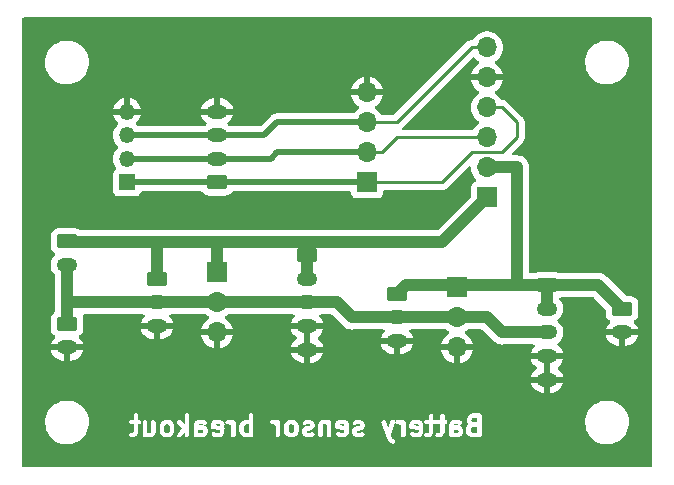
<source format=gbr>
%TF.GenerationSoftware,KiCad,Pcbnew,7.0.5-7.0.5~ubuntu22.04.1*%
%TF.CreationDate,2023-06-17T21:55:33-05:00*%
%TF.ProjectId,power-sensor-breakout,706f7765-722d-4736-956e-736f722d6272,rev?*%
%TF.SameCoordinates,Original*%
%TF.FileFunction,Copper,L2,Bot*%
%TF.FilePolarity,Positive*%
%FSLAX46Y46*%
G04 Gerber Fmt 4.6, Leading zero omitted, Abs format (unit mm)*
G04 Created by KiCad (PCBNEW 7.0.5-7.0.5~ubuntu22.04.1) date 2023-06-17 21:55:33*
%MOMM*%
%LPD*%
G01*
G04 APERTURE LIST*
G04 Aperture macros list*
%AMRoundRect*
0 Rectangle with rounded corners*
0 $1 Rounding radius*
0 $2 $3 $4 $5 $6 $7 $8 $9 X,Y pos of 4 corners*
0 Add a 4 corners polygon primitive as box body*
4,1,4,$2,$3,$4,$5,$6,$7,$8,$9,$2,$3,0*
0 Add four circle primitives for the rounded corners*
1,1,$1+$1,$2,$3*
1,1,$1+$1,$4,$5*
1,1,$1+$1,$6,$7*
1,1,$1+$1,$8,$9*
0 Add four rect primitives between the rounded corners*
20,1,$1+$1,$2,$3,$4,$5,0*
20,1,$1+$1,$4,$5,$6,$7,0*
20,1,$1+$1,$6,$7,$8,$9,0*
20,1,$1+$1,$8,$9,$2,$3,0*%
G04 Aperture macros list end*
%ADD10C,0.381000*%
%TA.AperFunction,ComponentPad*%
%ADD11R,1.700000X1.700000*%
%TD*%
%TA.AperFunction,ComponentPad*%
%ADD12O,1.700000X1.700000*%
%TD*%
%TA.AperFunction,ComponentPad*%
%ADD13O,1.750000X1.200000*%
%TD*%
%TA.AperFunction,ComponentPad*%
%ADD14RoundRect,0.250000X-0.625000X0.350000X-0.625000X-0.350000X0.625000X-0.350000X0.625000X0.350000X0*%
%TD*%
%TA.AperFunction,ComponentPad*%
%ADD15R,1.350000X1.350000*%
%TD*%
%TA.AperFunction,ComponentPad*%
%ADD16O,1.350000X1.350000*%
%TD*%
%TA.AperFunction,ComponentPad*%
%ADD17RoundRect,0.250000X0.625000X-0.350000X0.625000X0.350000X-0.625000X0.350000X-0.625000X-0.350000X0*%
%TD*%
%TA.AperFunction,Conductor*%
%ADD18C,1.016000*%
%TD*%
%TA.AperFunction,Conductor*%
%ADD19C,0.254000*%
%TD*%
%TA.AperFunction,Conductor*%
%ADD20C,0.508000*%
%TD*%
G04 APERTURE END LIST*
D10*
G36*
X105143254Y-104322652D02*
G01*
X105178155Y-104357553D01*
X105222838Y-104446917D01*
X105222838Y-104828690D01*
X105178155Y-104918055D01*
X105143255Y-104952955D01*
X105053891Y-104997638D01*
X104907976Y-104997638D01*
X104818611Y-104952955D01*
X104783712Y-104918055D01*
X104739029Y-104828689D01*
X104739029Y-104446917D01*
X104783710Y-104357554D01*
X104818611Y-104322653D01*
X104907976Y-104277971D01*
X105053891Y-104277971D01*
X105143254Y-104322652D01*
G37*
G36*
X108023014Y-104779793D02*
G01*
X108053124Y-104840012D01*
X108053123Y-104907308D01*
X108023014Y-104967528D01*
X107962796Y-104997638D01*
X107659643Y-104997638D01*
X107647934Y-104991783D01*
X107647934Y-104751623D01*
X107652608Y-104749685D01*
X107962796Y-104749685D01*
X108023014Y-104779793D01*
G37*
G36*
X109438157Y-104308079D02*
G01*
X109468267Y-104368298D01*
X109468267Y-104405431D01*
X109083033Y-104328384D01*
X109093185Y-104308080D01*
X109153405Y-104277971D01*
X109377939Y-104277971D01*
X109438157Y-104308079D01*
G37*
G36*
X111905458Y-104283825D02*
G01*
X111905458Y-104991783D01*
X111893749Y-104997638D01*
X111669215Y-104997638D01*
X111579850Y-104952955D01*
X111544951Y-104918055D01*
X111500268Y-104828689D01*
X111500268Y-104446917D01*
X111544949Y-104357554D01*
X111579850Y-104322653D01*
X111669215Y-104277971D01*
X111893749Y-104277971D01*
X111905458Y-104283825D01*
G37*
G36*
X115678208Y-104322652D02*
G01*
X115713109Y-104357553D01*
X115757792Y-104446917D01*
X115757792Y-104828690D01*
X115713109Y-104918055D01*
X115678209Y-104952955D01*
X115588845Y-104997638D01*
X115442930Y-104997638D01*
X115353565Y-104952955D01*
X115318666Y-104918055D01*
X115273982Y-104828689D01*
X115273983Y-104446917D01*
X115318664Y-104357554D01*
X115353565Y-104322653D01*
X115442930Y-104277971D01*
X115588845Y-104277971D01*
X115678208Y-104322652D01*
G37*
G36*
X119973111Y-104308079D02*
G01*
X120003221Y-104368298D01*
X120003221Y-104405431D01*
X119617987Y-104328384D01*
X119628139Y-104308080D01*
X119688359Y-104277971D01*
X119912893Y-104277971D01*
X119973111Y-104308079D01*
G37*
G36*
X126262636Y-104308079D02*
G01*
X126292746Y-104368298D01*
X126292746Y-104405431D01*
X125907512Y-104328384D01*
X125917664Y-104308080D01*
X125977884Y-104277971D01*
X126202418Y-104277971D01*
X126262636Y-104308079D01*
G37*
G36*
X129643256Y-104779793D02*
G01*
X129673366Y-104840012D01*
X129673366Y-104907308D01*
X129643256Y-104967528D01*
X129583038Y-104997638D01*
X129279885Y-104997638D01*
X129268176Y-104991783D01*
X129268175Y-104751623D01*
X129272850Y-104749685D01*
X129583038Y-104749685D01*
X129643256Y-104779793D01*
G37*
G36*
X131245747Y-104997638D02*
G01*
X130852266Y-104997638D01*
X130762901Y-104952955D01*
X130728002Y-104918055D01*
X130683319Y-104828689D01*
X130683319Y-104682774D01*
X130728000Y-104593411D01*
X130752961Y-104568450D01*
X130900028Y-104519427D01*
X130907226Y-104520723D01*
X130923850Y-104513828D01*
X131245747Y-104513828D01*
X131245747Y-104997638D01*
G37*
G36*
X131245747Y-104132828D02*
G01*
X130930885Y-104132828D01*
X130841520Y-104088145D01*
X130806620Y-104053245D01*
X130761938Y-103963880D01*
X130761938Y-103896584D01*
X130806619Y-103807221D01*
X130841520Y-103772320D01*
X130930885Y-103727638D01*
X131245747Y-103727638D01*
X131245747Y-104132828D01*
G37*
G36*
X132887357Y-106217357D02*
G01*
X100617862Y-106217357D01*
X100617862Y-105216393D01*
X101757579Y-105216393D01*
X101804052Y-105318155D01*
X101898164Y-105378638D01*
X102101085Y-105378638D01*
X102146502Y-105383542D01*
X102181327Y-105366129D01*
X102218678Y-105355162D01*
X102230463Y-105341561D01*
X102310364Y-105301610D01*
X102317764Y-105301871D01*
X102359928Y-105276827D01*
X102378266Y-105267659D01*
X102383388Y-105262893D01*
X102413949Y-105244743D01*
X102423553Y-105225533D01*
X102439279Y-105210906D01*
X102448083Y-105176473D01*
X102512998Y-105046643D01*
X102532220Y-105016734D01*
X102935350Y-105016734D01*
X102942886Y-105051377D01*
X102942886Y-105215526D01*
X102966362Y-105295478D01*
X103050909Y-105368738D01*
X103161641Y-105384659D01*
X103252932Y-105342967D01*
X103274876Y-105353939D01*
X103313307Y-105378638D01*
X103352242Y-105378638D01*
X103390555Y-105385533D01*
X103407179Y-105378638D01*
X103594847Y-105378638D01*
X103640264Y-105383542D01*
X103675089Y-105366129D01*
X103712440Y-105355162D01*
X103724225Y-105341561D01*
X103804126Y-105301610D01*
X103811526Y-105301871D01*
X103853690Y-105276827D01*
X103872028Y-105267659D01*
X103877150Y-105262893D01*
X103907711Y-105244743D01*
X103917315Y-105225533D01*
X103933041Y-105210906D01*
X103941845Y-105176473D01*
X104006760Y-105046643D01*
X104031457Y-105008216D01*
X104031457Y-104969282D01*
X104038352Y-104930967D01*
X104031457Y-104914342D01*
X104031457Y-104423259D01*
X104351134Y-104423259D01*
X104358029Y-104439883D01*
X104358029Y-104863408D01*
X104353125Y-104908825D01*
X104370537Y-104943650D01*
X104381505Y-104981001D01*
X104395105Y-104992786D01*
X104446078Y-105094729D01*
X104452891Y-105126049D01*
X104490024Y-105163183D01*
X104525761Y-105201602D01*
X104529364Y-105202523D01*
X104554174Y-105227334D01*
X104570542Y-105254892D01*
X104617493Y-105278367D01*
X104663563Y-105303524D01*
X104667275Y-105303258D01*
X104768638Y-105353939D01*
X104807069Y-105378638D01*
X104846004Y-105378638D01*
X104884317Y-105385533D01*
X104900941Y-105378638D01*
X105088609Y-105378638D01*
X105134026Y-105383542D01*
X105168851Y-105366129D01*
X105206202Y-105355162D01*
X105217987Y-105341561D01*
X105319931Y-105290588D01*
X105351252Y-105283775D01*
X105388382Y-105246643D01*
X105426803Y-105210906D01*
X105427724Y-105207301D01*
X105452534Y-105182490D01*
X105480092Y-105166124D01*
X105503572Y-105119162D01*
X105528724Y-105073101D01*
X105528458Y-105069390D01*
X105579139Y-104968027D01*
X105603838Y-104929597D01*
X105603838Y-104890661D01*
X105610733Y-104852349D01*
X105603837Y-104835724D01*
X105603838Y-104412199D01*
X105608742Y-104366783D01*
X105591328Y-104331957D01*
X105580362Y-104294607D01*
X105566761Y-104282822D01*
X105515788Y-104180877D01*
X105508976Y-104149558D01*
X105471844Y-104112426D01*
X105436106Y-104074006D01*
X105433374Y-104073307D01*
X105844255Y-104073307D01*
X105868034Y-104182622D01*
X106262473Y-104577061D01*
X105873458Y-105095749D01*
X105844268Y-105173796D01*
X105867949Y-105283132D01*
X105946983Y-105362308D01*
X106056276Y-105386187D01*
X106161130Y-105347187D01*
X106480743Y-104921034D01*
X106480743Y-105215526D01*
X106504219Y-105295478D01*
X106588766Y-105368738D01*
X106699498Y-105384659D01*
X106801260Y-105338186D01*
X106861743Y-105244074D01*
X106861743Y-104750791D01*
X106869279Y-104730587D01*
X106861743Y-104695944D01*
X106861743Y-104344640D01*
X107260039Y-104344640D01*
X107266934Y-104361264D01*
X107266934Y-104477227D01*
X107265082Y-104529753D01*
X107266934Y-104532871D01*
X107266934Y-105106180D01*
X107265082Y-105158706D01*
X107266934Y-105161824D01*
X107266934Y-105215526D01*
X107290410Y-105295478D01*
X107374957Y-105368738D01*
X107485689Y-105384659D01*
X107533868Y-105362656D01*
X107558736Y-105378638D01*
X107597671Y-105378638D01*
X107635984Y-105385533D01*
X107652608Y-105378638D01*
X107997514Y-105378638D01*
X108042931Y-105383542D01*
X108077756Y-105366129D01*
X108115107Y-105355162D01*
X108126892Y-105341561D01*
X108206793Y-105301610D01*
X108214193Y-105301871D01*
X108256357Y-105276827D01*
X108274695Y-105267659D01*
X108279817Y-105262893D01*
X108310378Y-105244743D01*
X108319982Y-105225533D01*
X108335708Y-105210906D01*
X108344512Y-105176473D01*
X108409427Y-105046643D01*
X108434124Y-105008216D01*
X108434124Y-104969282D01*
X108441019Y-104930967D01*
X108434124Y-104914342D01*
X108434124Y-104805294D01*
X108439028Y-104759878D01*
X108421614Y-104725052D01*
X108410648Y-104687702D01*
X108397047Y-104675917D01*
X108357096Y-104596014D01*
X108357357Y-104588617D01*
X108332318Y-104546459D01*
X108323145Y-104528113D01*
X108318377Y-104522988D01*
X108300229Y-104492431D01*
X108281019Y-104482826D01*
X108268838Y-104469731D01*
X108674331Y-104469731D01*
X108682077Y-104502665D01*
X108682077Y-104507954D01*
X108688328Y-104529244D01*
X108699944Y-104578631D01*
X108703973Y-104582527D01*
X108705553Y-104587906D01*
X108743889Y-104621124D01*
X108780367Y-104656397D01*
X108785865Y-104657496D01*
X108790100Y-104661166D01*
X108840302Y-104668384D01*
X109468267Y-104793976D01*
X109468267Y-104907308D01*
X109438157Y-104967528D01*
X109377939Y-104997638D01*
X109153405Y-104997638D01*
X109011894Y-104926882D01*
X108929884Y-104912124D01*
X108826547Y-104954983D01*
X108762786Y-105046904D01*
X108758844Y-105158706D01*
X108815971Y-105254892D01*
X109014067Y-105353939D01*
X109052498Y-105378638D01*
X109091433Y-105378638D01*
X109129746Y-105385533D01*
X109146370Y-105378638D01*
X109412657Y-105378638D01*
X109458074Y-105383542D01*
X109492899Y-105366129D01*
X109530250Y-105355162D01*
X109542035Y-105341561D01*
X109621936Y-105301610D01*
X109629336Y-105301871D01*
X109671500Y-105276827D01*
X109689838Y-105267659D01*
X109694960Y-105262893D01*
X109725521Y-105244743D01*
X109735125Y-105225533D01*
X109750851Y-105210906D01*
X109759655Y-105176473D01*
X109824570Y-105046643D01*
X109849267Y-105008216D01*
X109849267Y-104969282D01*
X109856162Y-104930967D01*
X109849267Y-104914342D01*
X109849267Y-104670522D01*
X109857013Y-104648639D01*
X109849267Y-104615704D01*
X109849267Y-104333580D01*
X109854171Y-104288164D01*
X109836757Y-104253338D01*
X109825791Y-104215988D01*
X109812190Y-104204203D01*
X109772239Y-104124300D01*
X109772500Y-104116903D01*
X109771801Y-104115726D01*
X109933961Y-104115726D01*
X109980434Y-104217488D01*
X110074546Y-104277971D01*
X110242749Y-104277971D01*
X110332112Y-104322652D01*
X110367013Y-104357553D01*
X110411696Y-104446917D01*
X110411696Y-105215526D01*
X110435172Y-105295478D01*
X110519719Y-105368738D01*
X110630451Y-105384659D01*
X110732213Y-105338186D01*
X110792696Y-105244074D01*
X110792696Y-104423259D01*
X111112373Y-104423259D01*
X111119268Y-104439883D01*
X111119268Y-104863408D01*
X111114364Y-104908825D01*
X111131776Y-104943650D01*
X111142744Y-104981001D01*
X111156344Y-104992786D01*
X111207317Y-105094729D01*
X111214130Y-105126049D01*
X111251263Y-105163183D01*
X111287000Y-105201602D01*
X111290603Y-105202523D01*
X111315413Y-105227334D01*
X111331781Y-105254892D01*
X111378732Y-105278367D01*
X111424802Y-105303524D01*
X111428514Y-105303258D01*
X111529877Y-105353939D01*
X111568308Y-105378638D01*
X111607243Y-105378638D01*
X111645556Y-105385533D01*
X111662180Y-105378638D01*
X111928467Y-105378638D01*
X111973884Y-105383542D01*
X112008709Y-105366129D01*
X112010024Y-105365742D01*
X112013481Y-105368738D01*
X112124213Y-105384659D01*
X112225975Y-105338186D01*
X112286458Y-105244074D01*
X112286458Y-105133486D01*
X112294376Y-105102522D01*
X112286458Y-105078696D01*
X112286458Y-104169415D01*
X112288310Y-104116903D01*
X112287611Y-104115726D01*
X113707676Y-104115726D01*
X113754149Y-104217488D01*
X113848261Y-104277971D01*
X114016464Y-104277971D01*
X114105827Y-104322652D01*
X114140728Y-104357553D01*
X114185411Y-104446917D01*
X114185411Y-105215526D01*
X114208887Y-105295478D01*
X114293434Y-105368738D01*
X114404166Y-105384659D01*
X114505928Y-105338186D01*
X114566411Y-105244074D01*
X114566411Y-104423259D01*
X114886088Y-104423259D01*
X114892983Y-104439883D01*
X114892982Y-104863408D01*
X114888079Y-104908825D01*
X114905491Y-104943650D01*
X114916459Y-104981001D01*
X114930059Y-104992786D01*
X114981032Y-105094729D01*
X114987845Y-105126049D01*
X115024978Y-105163183D01*
X115060715Y-105201602D01*
X115064318Y-105202523D01*
X115089128Y-105227334D01*
X115105496Y-105254892D01*
X115152447Y-105278367D01*
X115198517Y-105303524D01*
X115202229Y-105303258D01*
X115303592Y-105353939D01*
X115342023Y-105378638D01*
X115380958Y-105378638D01*
X115419271Y-105385533D01*
X115435895Y-105378638D01*
X115623563Y-105378638D01*
X115668980Y-105383542D01*
X115703805Y-105366129D01*
X115741156Y-105355162D01*
X115752941Y-105341561D01*
X115854885Y-105290588D01*
X115886206Y-105283775D01*
X115923336Y-105246643D01*
X115961757Y-105210906D01*
X115962678Y-105207301D01*
X115987488Y-105182490D01*
X116015046Y-105166124D01*
X116038526Y-105119162D01*
X116063678Y-105073101D01*
X116063412Y-105069390D01*
X116114093Y-104968027D01*
X116138792Y-104929597D01*
X116138792Y-104894973D01*
X116379850Y-104894973D01*
X116386745Y-104911597D01*
X116386745Y-104942026D01*
X116381841Y-104987443D01*
X116399253Y-105022268D01*
X116410221Y-105059620D01*
X116423821Y-105071404D01*
X116463772Y-105151308D01*
X116463512Y-105158706D01*
X116488550Y-105200864D01*
X116497723Y-105219209D01*
X116502489Y-105224333D01*
X116520639Y-105254892D01*
X116539850Y-105264497D01*
X116554477Y-105280222D01*
X116588908Y-105289026D01*
X116718735Y-105353939D01*
X116757166Y-105378638D01*
X116796101Y-105378638D01*
X116834414Y-105385533D01*
X116851038Y-105378638D01*
X117117325Y-105378638D01*
X117162742Y-105383542D01*
X117197567Y-105366129D01*
X117234918Y-105355162D01*
X117246703Y-105341561D01*
X117394506Y-105267659D01*
X117455519Y-105210906D01*
X117483234Y-105102522D01*
X117447953Y-104996360D01*
X117360877Y-104926125D01*
X117249652Y-104914115D01*
X117082607Y-104997638D01*
X116858073Y-104997638D01*
X116797854Y-104967528D01*
X116770575Y-104912970D01*
X116797853Y-104858413D01*
X116858073Y-104828304D01*
X117038706Y-104828304D01*
X117084123Y-104833208D01*
X117118948Y-104815795D01*
X117156299Y-104804828D01*
X117168084Y-104791227D01*
X117247985Y-104751276D01*
X117255384Y-104751537D01*
X117297551Y-104726493D01*
X117315887Y-104717325D01*
X117321008Y-104712561D01*
X117351570Y-104694410D01*
X117361175Y-104675198D01*
X117376900Y-104660572D01*
X117385704Y-104626140D01*
X117450617Y-104496313D01*
X117475316Y-104457883D01*
X117475316Y-104418947D01*
X117482211Y-104380635D01*
X117475316Y-104364010D01*
X117475316Y-104344640D01*
X117794993Y-104344640D01*
X117801888Y-104361264D01*
X117801888Y-105215526D01*
X117825364Y-105295478D01*
X117909911Y-105368738D01*
X118020643Y-105384659D01*
X118122405Y-105338186D01*
X118182888Y-105244074D01*
X118182888Y-104368298D01*
X118212996Y-104308080D01*
X118273216Y-104277971D01*
X118419131Y-104277971D01*
X118508494Y-104322652D01*
X118509459Y-104323617D01*
X118509459Y-105215526D01*
X118532935Y-105295478D01*
X118617482Y-105368738D01*
X118728214Y-105384659D01*
X118829976Y-105338186D01*
X118890459Y-105244074D01*
X118890459Y-104469731D01*
X119209285Y-104469731D01*
X119217031Y-104502665D01*
X119217031Y-104507954D01*
X119223282Y-104529244D01*
X119234898Y-104578631D01*
X119238927Y-104582527D01*
X119240507Y-104587906D01*
X119278843Y-104621124D01*
X119315321Y-104656397D01*
X119320819Y-104657496D01*
X119325054Y-104661166D01*
X119375256Y-104668384D01*
X120003221Y-104793976D01*
X120003220Y-104907308D01*
X119973111Y-104967528D01*
X119912893Y-104997638D01*
X119688359Y-104997638D01*
X119546848Y-104926882D01*
X119464838Y-104912124D01*
X119361501Y-104954983D01*
X119297740Y-105046904D01*
X119293798Y-105158706D01*
X119350925Y-105254892D01*
X119549021Y-105353939D01*
X119587452Y-105378638D01*
X119626387Y-105378638D01*
X119664700Y-105385533D01*
X119681324Y-105378638D01*
X119947611Y-105378638D01*
X119993028Y-105383542D01*
X120027853Y-105366129D01*
X120065204Y-105355162D01*
X120076989Y-105341561D01*
X120156890Y-105301610D01*
X120164290Y-105301871D01*
X120206454Y-105276827D01*
X120224792Y-105267659D01*
X120229914Y-105262893D01*
X120260475Y-105244743D01*
X120270079Y-105225533D01*
X120285805Y-105210906D01*
X120294609Y-105176473D01*
X120359524Y-105046643D01*
X120384221Y-105008216D01*
X120384221Y-104969282D01*
X120391116Y-104930967D01*
X120384221Y-104914342D01*
X120384221Y-104894973D01*
X120625279Y-104894973D01*
X120632174Y-104911597D01*
X120632174Y-104942026D01*
X120627270Y-104987443D01*
X120644682Y-105022268D01*
X120655650Y-105059620D01*
X120669250Y-105071404D01*
X120709201Y-105151308D01*
X120708941Y-105158706D01*
X120733979Y-105200864D01*
X120743152Y-105219209D01*
X120747918Y-105224333D01*
X120766068Y-105254892D01*
X120785279Y-105264497D01*
X120799906Y-105280222D01*
X120834337Y-105289026D01*
X120964164Y-105353939D01*
X121002595Y-105378638D01*
X121041530Y-105378638D01*
X121079843Y-105385533D01*
X121096467Y-105378638D01*
X121362754Y-105378638D01*
X121408171Y-105383542D01*
X121442996Y-105366129D01*
X121480347Y-105355162D01*
X121492132Y-105341561D01*
X121639935Y-105267659D01*
X121700948Y-105210906D01*
X121728663Y-105102522D01*
X121693382Y-104996360D01*
X121606306Y-104926125D01*
X121495081Y-104914115D01*
X121328036Y-104997638D01*
X121103502Y-104997638D01*
X121043283Y-104967528D01*
X121016004Y-104912970D01*
X121043282Y-104858413D01*
X121103502Y-104828304D01*
X121284135Y-104828304D01*
X121329552Y-104833208D01*
X121364377Y-104815795D01*
X121401728Y-104804828D01*
X121413513Y-104791227D01*
X121493414Y-104751276D01*
X121500813Y-104751537D01*
X121542980Y-104726493D01*
X121561316Y-104717325D01*
X121566437Y-104712561D01*
X121596999Y-104694410D01*
X121606604Y-104675198D01*
X121622329Y-104660572D01*
X121631133Y-104626140D01*
X121696046Y-104496313D01*
X121720745Y-104457883D01*
X121720745Y-104418947D01*
X121727640Y-104380635D01*
X121720745Y-104364010D01*
X121720745Y-104333580D01*
X121725649Y-104288164D01*
X121708235Y-104253338D01*
X121697269Y-104215988D01*
X121683668Y-104204203D01*
X121643717Y-104124300D01*
X121643978Y-104116903D01*
X121633265Y-104098866D01*
X123140269Y-104098866D01*
X123534661Y-105203164D01*
X123533930Y-105206953D01*
X123538960Y-105219528D01*
X123538183Y-105233048D01*
X123557660Y-105267562D01*
X123561389Y-105278002D01*
X123563524Y-105280939D01*
X123706045Y-105637239D01*
X123714560Y-105676384D01*
X123746072Y-105707896D01*
X123773604Y-105742927D01*
X123785077Y-105746901D01*
X123815844Y-105777668D01*
X123832211Y-105805225D01*
X123879167Y-105828702D01*
X123925233Y-105853857D01*
X123928944Y-105853591D01*
X124063976Y-105921107D01*
X124145986Y-105935866D01*
X124249322Y-105893007D01*
X124313083Y-105801086D01*
X124317026Y-105689284D01*
X124259898Y-105593098D01*
X124080280Y-105503288D01*
X124051169Y-105474177D01*
X123935227Y-105184321D01*
X124313287Y-104125751D01*
X124313863Y-104115726D01*
X124321249Y-104115726D01*
X124367722Y-104217488D01*
X124461834Y-104277971D01*
X124630037Y-104277971D01*
X124719400Y-104322652D01*
X124754301Y-104357553D01*
X124798984Y-104446917D01*
X124798984Y-105215526D01*
X124822460Y-105295478D01*
X124907007Y-105368738D01*
X125017739Y-105384659D01*
X125119501Y-105338186D01*
X125179984Y-105244074D01*
X125179984Y-104469731D01*
X125498810Y-104469731D01*
X125506556Y-104502665D01*
X125506556Y-104507954D01*
X125512807Y-104529244D01*
X125524423Y-104578631D01*
X125528452Y-104582527D01*
X125530032Y-104587906D01*
X125568368Y-104621124D01*
X125604846Y-104656397D01*
X125610344Y-104657496D01*
X125614579Y-104661166D01*
X125664781Y-104668384D01*
X126292746Y-104793976D01*
X126292746Y-104907308D01*
X126262636Y-104967528D01*
X126202418Y-104997638D01*
X125977884Y-104997638D01*
X125836373Y-104926882D01*
X125754363Y-104912124D01*
X125651026Y-104954983D01*
X125587265Y-105046904D01*
X125583323Y-105158706D01*
X125640450Y-105254892D01*
X125838546Y-105353939D01*
X125876977Y-105378638D01*
X125915912Y-105378638D01*
X125954225Y-105385533D01*
X125970849Y-105378638D01*
X126237136Y-105378638D01*
X126282553Y-105383542D01*
X126317378Y-105366129D01*
X126354729Y-105355162D01*
X126366514Y-105341561D01*
X126446415Y-105301610D01*
X126453815Y-105301871D01*
X126495979Y-105276827D01*
X126514317Y-105267659D01*
X126519439Y-105262893D01*
X126550000Y-105244743D01*
X126559604Y-105225533D01*
X126569431Y-105216393D01*
X126758440Y-105216393D01*
X126804913Y-105318155D01*
X126899025Y-105378638D01*
X127101946Y-105378638D01*
X127147363Y-105383542D01*
X127182188Y-105366129D01*
X127219539Y-105355162D01*
X127231324Y-105341561D01*
X127311225Y-105301610D01*
X127318625Y-105301871D01*
X127360789Y-105276827D01*
X127379127Y-105267659D01*
X127384249Y-105262893D01*
X127414810Y-105244743D01*
X127424414Y-105225533D01*
X127440140Y-105210906D01*
X127448944Y-105176473D01*
X127513859Y-105046643D01*
X127538556Y-105008216D01*
X127538556Y-104969282D01*
X127545451Y-104930967D01*
X127538556Y-104914342D01*
X127538556Y-104277971D01*
X127611301Y-104277971D01*
X127691253Y-104254495D01*
X127739705Y-104198577D01*
X127748342Y-104217488D01*
X127842454Y-104277971D01*
X128100985Y-104277971D01*
X128100985Y-104907308D01*
X128070875Y-104967528D01*
X128010657Y-104997638D01*
X127871002Y-104997638D01*
X127791050Y-105021114D01*
X127717790Y-105105661D01*
X127701869Y-105216393D01*
X127748342Y-105318155D01*
X127842454Y-105378638D01*
X128045375Y-105378638D01*
X128090792Y-105383542D01*
X128125617Y-105366129D01*
X128162968Y-105355162D01*
X128174753Y-105341561D01*
X128254654Y-105301610D01*
X128262054Y-105301871D01*
X128304218Y-105276827D01*
X128322556Y-105267659D01*
X128327678Y-105262893D01*
X128358239Y-105244743D01*
X128367843Y-105225533D01*
X128383569Y-105210906D01*
X128392373Y-105176473D01*
X128457288Y-105046643D01*
X128481985Y-105008216D01*
X128481985Y-104969282D01*
X128488880Y-104930967D01*
X128481985Y-104914342D01*
X128481985Y-104344640D01*
X128880281Y-104344640D01*
X128887176Y-104361264D01*
X128887175Y-104477227D01*
X128885324Y-104529753D01*
X128887176Y-104532871D01*
X128887175Y-105106180D01*
X128885324Y-105158706D01*
X128887176Y-105161824D01*
X128887176Y-105215526D01*
X128910652Y-105295478D01*
X128995199Y-105368738D01*
X129105931Y-105384659D01*
X129154110Y-105362656D01*
X129178978Y-105378638D01*
X129217913Y-105378638D01*
X129256226Y-105385533D01*
X129272850Y-105378638D01*
X129617756Y-105378638D01*
X129663173Y-105383542D01*
X129697998Y-105366129D01*
X129735349Y-105355162D01*
X129747134Y-105341561D01*
X129827035Y-105301610D01*
X129834435Y-105301871D01*
X129876599Y-105276827D01*
X129894937Y-105267659D01*
X129900059Y-105262893D01*
X129930620Y-105244743D01*
X129940224Y-105225533D01*
X129955950Y-105210906D01*
X129964754Y-105176473D01*
X130029669Y-105046643D01*
X130054366Y-105008216D01*
X130054366Y-104969282D01*
X130061261Y-104930967D01*
X130054365Y-104914342D01*
X130054365Y-104805294D01*
X130059270Y-104759878D01*
X130041856Y-104725052D01*
X130030890Y-104687702D01*
X130017289Y-104675917D01*
X130008889Y-104659116D01*
X130295424Y-104659116D01*
X130302319Y-104675740D01*
X130302319Y-104863408D01*
X130297415Y-104908825D01*
X130314827Y-104943650D01*
X130325795Y-104981001D01*
X130339395Y-104992786D01*
X130390368Y-105094729D01*
X130397181Y-105126049D01*
X130434314Y-105163183D01*
X130470051Y-105201602D01*
X130473654Y-105202523D01*
X130498464Y-105227334D01*
X130514832Y-105254892D01*
X130561783Y-105278367D01*
X130607853Y-105303524D01*
X130611565Y-105303258D01*
X130712928Y-105353939D01*
X130751359Y-105378638D01*
X130790294Y-105378638D01*
X130828607Y-105385533D01*
X130845231Y-105378638D01*
X131422625Y-105378638D01*
X131464502Y-105384659D01*
X131502988Y-105367082D01*
X131543587Y-105355162D01*
X131553079Y-105344207D01*
X131566264Y-105338186D01*
X131589140Y-105302590D01*
X131616847Y-105270615D01*
X131618909Y-105256268D01*
X131626747Y-105244074D01*
X131626747Y-105201759D01*
X131632768Y-105159883D01*
X131626747Y-105146698D01*
X131626747Y-104336949D01*
X131632768Y-104295073D01*
X131626747Y-104281888D01*
X131626747Y-103550759D01*
X131632768Y-103508883D01*
X131615191Y-103470396D01*
X131603271Y-103429798D01*
X131592316Y-103420305D01*
X131586295Y-103407121D01*
X131550699Y-103384244D01*
X131518724Y-103356538D01*
X131504377Y-103354475D01*
X131492183Y-103346638D01*
X131449869Y-103346638D01*
X131407992Y-103340617D01*
X131394808Y-103346638D01*
X130896166Y-103346638D01*
X130850750Y-103341734D01*
X130815924Y-103359147D01*
X130778574Y-103370114D01*
X130766789Y-103383714D01*
X130664844Y-103434687D01*
X130633525Y-103441500D01*
X130596393Y-103478631D01*
X130557973Y-103514370D01*
X130557051Y-103517973D01*
X130532238Y-103542786D01*
X130504684Y-103559152D01*
X130481208Y-103606102D01*
X130456052Y-103652173D01*
X130456317Y-103655884D01*
X130405632Y-103757252D01*
X130380938Y-103795678D01*
X130380938Y-103834610D01*
X130374043Y-103872926D01*
X130380938Y-103889550D01*
X130380938Y-103998599D01*
X130376034Y-104044016D01*
X130393446Y-104078841D01*
X130404414Y-104116192D01*
X130418014Y-104127977D01*
X130468986Y-104229920D01*
X130475800Y-104261241D01*
X130494409Y-104279850D01*
X130488528Y-104294067D01*
X130453619Y-104328976D01*
X130426065Y-104345342D01*
X130402589Y-104392292D01*
X130377433Y-104438363D01*
X130377698Y-104442074D01*
X130327013Y-104543442D01*
X130302319Y-104581868D01*
X130302318Y-104620800D01*
X130295424Y-104659116D01*
X130008889Y-104659116D01*
X129977338Y-104596014D01*
X129977599Y-104588617D01*
X129952560Y-104546459D01*
X129943387Y-104528113D01*
X129938619Y-104522988D01*
X129920471Y-104492431D01*
X129901261Y-104482826D01*
X129886634Y-104467101D01*
X129852202Y-104458296D01*
X129722370Y-104393379D01*
X129683945Y-104368685D01*
X129645012Y-104368685D01*
X129606697Y-104361790D01*
X129590073Y-104368685D01*
X129279885Y-104368685D01*
X129270363Y-104363924D01*
X129298284Y-104308080D01*
X129358504Y-104277971D01*
X129583038Y-104277971D01*
X129724549Y-104348726D01*
X129806559Y-104363485D01*
X129909895Y-104320626D01*
X129973656Y-104228705D01*
X129977599Y-104116903D01*
X129920471Y-104020717D01*
X129722370Y-103921665D01*
X129683945Y-103896971D01*
X129645012Y-103896971D01*
X129606697Y-103890076D01*
X129590073Y-103896971D01*
X129323785Y-103896971D01*
X129278369Y-103892067D01*
X129243543Y-103909480D01*
X129206193Y-103920447D01*
X129194408Y-103934047D01*
X129114505Y-103973998D01*
X129107108Y-103973738D01*
X129064950Y-103998776D01*
X129046604Y-104007950D01*
X129041479Y-104012717D01*
X129010922Y-104030866D01*
X129001317Y-104050075D01*
X128985592Y-104064703D01*
X128976787Y-104099134D01*
X128911870Y-104228966D01*
X128887176Y-104267392D01*
X128887176Y-104306324D01*
X128880281Y-104344640D01*
X128481985Y-104344640D01*
X128481985Y-104277971D01*
X128554730Y-104277971D01*
X128634682Y-104254495D01*
X128707942Y-104169948D01*
X128723863Y-104059216D01*
X128677390Y-103957454D01*
X128583278Y-103896971D01*
X128481985Y-103896971D01*
X128481985Y-103509750D01*
X128458509Y-103429798D01*
X128373962Y-103356538D01*
X128263230Y-103340617D01*
X128161468Y-103387090D01*
X128100985Y-103481202D01*
X128100985Y-103896971D01*
X127871002Y-103896971D01*
X127791050Y-103920447D01*
X127742597Y-103976364D01*
X127733961Y-103957454D01*
X127639849Y-103896971D01*
X127538556Y-103896971D01*
X127538556Y-103509750D01*
X127515080Y-103429798D01*
X127430533Y-103356538D01*
X127319801Y-103340617D01*
X127218039Y-103387090D01*
X127157556Y-103481202D01*
X127157556Y-103896971D01*
X126927573Y-103896971D01*
X126847621Y-103920447D01*
X126774361Y-104004994D01*
X126758440Y-104115726D01*
X126804913Y-104217488D01*
X126899025Y-104277971D01*
X127157556Y-104277971D01*
X127157556Y-104907308D01*
X127127446Y-104967528D01*
X127067228Y-104997638D01*
X126927573Y-104997638D01*
X126847621Y-105021114D01*
X126774361Y-105105661D01*
X126758440Y-105216393D01*
X126569431Y-105216393D01*
X126575330Y-105210906D01*
X126584134Y-105176473D01*
X126649049Y-105046643D01*
X126673746Y-105008216D01*
X126673745Y-104969282D01*
X126680641Y-104930967D01*
X126673745Y-104914342D01*
X126673746Y-104670522D01*
X126681492Y-104648639D01*
X126673746Y-104615704D01*
X126673746Y-104333580D01*
X126678650Y-104288164D01*
X126661236Y-104253338D01*
X126650270Y-104215988D01*
X126636669Y-104204203D01*
X126596718Y-104124300D01*
X126596979Y-104116903D01*
X126571940Y-104074745D01*
X126562767Y-104056399D01*
X126557999Y-104051274D01*
X126539851Y-104020717D01*
X126520641Y-104011112D01*
X126506014Y-103995387D01*
X126471582Y-103986582D01*
X126341750Y-103921665D01*
X126303325Y-103896971D01*
X126264392Y-103896971D01*
X126226077Y-103890076D01*
X126209453Y-103896971D01*
X125943165Y-103896971D01*
X125897749Y-103892067D01*
X125862923Y-103909480D01*
X125825573Y-103920447D01*
X125813788Y-103934047D01*
X125733885Y-103973998D01*
X125726488Y-103973738D01*
X125684330Y-103998776D01*
X125665984Y-104007950D01*
X125660859Y-104012717D01*
X125630302Y-104030866D01*
X125620697Y-104050075D01*
X125604972Y-104064703D01*
X125596167Y-104099134D01*
X125531250Y-104228966D01*
X125506556Y-104267392D01*
X125506556Y-104306324D01*
X125499661Y-104344640D01*
X125506555Y-104361264D01*
X125506556Y-104447847D01*
X125498810Y-104469731D01*
X125179984Y-104469731D01*
X125179984Y-104412199D01*
X125184888Y-104366783D01*
X125179984Y-104356975D01*
X125179984Y-104060083D01*
X125156508Y-103980131D01*
X125071961Y-103906871D01*
X124961229Y-103890950D01*
X124859467Y-103937423D01*
X124845219Y-103959591D01*
X124769369Y-103921665D01*
X124730944Y-103896971D01*
X124692011Y-103896971D01*
X124653696Y-103890076D01*
X124637072Y-103896971D01*
X124490382Y-103896971D01*
X124410430Y-103920447D01*
X124337170Y-104004994D01*
X124321249Y-104115726D01*
X124313863Y-104115726D01*
X124318070Y-104042561D01*
X124263088Y-103945133D01*
X124164162Y-103892896D01*
X124052698Y-103902435D01*
X123964085Y-103970722D01*
X123731578Y-104621740D01*
X123508674Y-103997607D01*
X123459675Y-103930208D01*
X123355414Y-103889652D01*
X123245778Y-103911902D01*
X123165575Y-103989894D01*
X123140269Y-104098866D01*
X121633265Y-104098866D01*
X121618939Y-104074745D01*
X121609766Y-104056399D01*
X121604998Y-104051274D01*
X121586850Y-104020717D01*
X121567640Y-104011112D01*
X121553013Y-103995387D01*
X121518581Y-103986582D01*
X121388749Y-103921665D01*
X121350324Y-103896971D01*
X121311391Y-103896971D01*
X121273076Y-103890076D01*
X121256452Y-103896971D01*
X121068783Y-103896971D01*
X121023367Y-103892067D01*
X120988541Y-103909480D01*
X120951191Y-103920447D01*
X120939406Y-103934047D01*
X120791602Y-104007950D01*
X120730590Y-104064703D01*
X120702875Y-104173087D01*
X120738155Y-104279249D01*
X120825231Y-104349484D01*
X120936457Y-104361494D01*
X121103502Y-104277971D01*
X121249417Y-104277971D01*
X121309635Y-104308079D01*
X121336914Y-104362637D01*
X121309635Y-104417194D01*
X121249417Y-104447304D01*
X121068783Y-104447304D01*
X121023367Y-104442400D01*
X120988541Y-104459813D01*
X120951191Y-104470780D01*
X120939406Y-104484380D01*
X120859503Y-104524331D01*
X120852106Y-104524071D01*
X120809948Y-104549109D01*
X120791602Y-104558283D01*
X120786477Y-104563050D01*
X120755920Y-104581199D01*
X120746315Y-104600408D01*
X120730590Y-104615036D01*
X120721785Y-104649467D01*
X120656868Y-104779299D01*
X120632174Y-104817725D01*
X120632174Y-104856657D01*
X120625279Y-104894973D01*
X120384221Y-104894973D01*
X120384221Y-104670522D01*
X120391967Y-104648639D01*
X120384221Y-104615704D01*
X120384221Y-104333580D01*
X120389125Y-104288164D01*
X120371711Y-104253338D01*
X120360745Y-104215988D01*
X120347144Y-104204203D01*
X120307193Y-104124300D01*
X120307454Y-104116903D01*
X120282415Y-104074745D01*
X120273242Y-104056399D01*
X120268474Y-104051274D01*
X120250326Y-104020717D01*
X120231116Y-104011112D01*
X120216489Y-103995387D01*
X120182057Y-103986582D01*
X120052225Y-103921665D01*
X120013800Y-103896971D01*
X119974867Y-103896971D01*
X119936552Y-103890076D01*
X119919928Y-103896971D01*
X119653640Y-103896971D01*
X119608224Y-103892067D01*
X119573398Y-103909480D01*
X119536048Y-103920447D01*
X119524263Y-103934047D01*
X119444360Y-103973998D01*
X119436963Y-103973738D01*
X119394805Y-103998776D01*
X119376459Y-104007950D01*
X119371334Y-104012717D01*
X119340777Y-104030866D01*
X119331172Y-104050075D01*
X119315447Y-104064703D01*
X119306642Y-104099134D01*
X119241725Y-104228966D01*
X119217031Y-104267392D01*
X119217031Y-104306324D01*
X119210136Y-104344640D01*
X119217031Y-104361264D01*
X119217031Y-104447847D01*
X119209285Y-104469731D01*
X118890459Y-104469731D01*
X118890459Y-104279077D01*
X118897995Y-104258873D01*
X118890459Y-104224229D01*
X118890459Y-104060083D01*
X118866983Y-103980131D01*
X118782436Y-103906871D01*
X118671704Y-103890950D01*
X118580413Y-103932640D01*
X118558463Y-103921665D01*
X118520038Y-103896971D01*
X118481105Y-103896971D01*
X118442790Y-103890076D01*
X118426166Y-103896971D01*
X118238497Y-103896971D01*
X118193081Y-103892067D01*
X118158255Y-103909480D01*
X118120905Y-103920447D01*
X118109120Y-103934047D01*
X118029217Y-103973998D01*
X118021820Y-103973738D01*
X117979662Y-103998776D01*
X117961316Y-104007950D01*
X117956191Y-104012717D01*
X117925634Y-104030866D01*
X117916029Y-104050075D01*
X117900304Y-104064703D01*
X117891499Y-104099134D01*
X117826582Y-104228966D01*
X117801888Y-104267392D01*
X117801887Y-104306324D01*
X117794993Y-104344640D01*
X117475316Y-104344640D01*
X117475316Y-104333580D01*
X117480220Y-104288164D01*
X117462806Y-104253338D01*
X117451840Y-104215988D01*
X117438239Y-104204203D01*
X117398288Y-104124300D01*
X117398549Y-104116903D01*
X117373510Y-104074745D01*
X117364337Y-104056399D01*
X117359569Y-104051274D01*
X117341421Y-104020717D01*
X117322211Y-104011112D01*
X117307584Y-103995387D01*
X117273152Y-103986582D01*
X117143320Y-103921665D01*
X117104895Y-103896971D01*
X117065962Y-103896971D01*
X117027647Y-103890076D01*
X117011023Y-103896971D01*
X116823354Y-103896971D01*
X116777938Y-103892067D01*
X116743112Y-103909480D01*
X116705762Y-103920447D01*
X116693977Y-103934047D01*
X116546173Y-104007950D01*
X116485161Y-104064703D01*
X116457446Y-104173087D01*
X116492726Y-104279249D01*
X116579802Y-104349484D01*
X116691028Y-104361494D01*
X116858073Y-104277971D01*
X117003988Y-104277971D01*
X117064206Y-104308079D01*
X117091485Y-104362637D01*
X117064206Y-104417194D01*
X117003988Y-104447304D01*
X116823354Y-104447304D01*
X116777938Y-104442400D01*
X116743112Y-104459813D01*
X116705762Y-104470780D01*
X116693977Y-104484380D01*
X116614074Y-104524331D01*
X116606677Y-104524071D01*
X116564519Y-104549109D01*
X116546173Y-104558283D01*
X116541048Y-104563050D01*
X116510491Y-104581199D01*
X116500886Y-104600408D01*
X116485161Y-104615036D01*
X116476356Y-104649467D01*
X116411439Y-104779299D01*
X116386745Y-104817725D01*
X116386745Y-104856657D01*
X116379850Y-104894973D01*
X116138792Y-104894973D01*
X116138792Y-104890661D01*
X116145687Y-104852349D01*
X116138792Y-104835724D01*
X116138792Y-104412199D01*
X116143696Y-104366783D01*
X116126282Y-104331957D01*
X116115316Y-104294607D01*
X116101715Y-104282822D01*
X116050742Y-104180877D01*
X116043930Y-104149558D01*
X116006798Y-104112426D01*
X115971060Y-104074006D01*
X115967456Y-104073084D01*
X115942643Y-104048271D01*
X115926278Y-104020717D01*
X115879327Y-103997241D01*
X115833257Y-103972085D01*
X115829545Y-103972350D01*
X115728177Y-103921665D01*
X115689752Y-103896971D01*
X115650819Y-103896971D01*
X115612504Y-103890076D01*
X115595880Y-103896971D01*
X115408211Y-103896971D01*
X115362795Y-103892067D01*
X115327969Y-103909480D01*
X115290619Y-103920447D01*
X115278834Y-103934047D01*
X115176889Y-103985020D01*
X115145570Y-103991833D01*
X115108438Y-104028964D01*
X115070018Y-104064703D01*
X115069096Y-104068306D01*
X115044283Y-104093119D01*
X115016729Y-104109485D01*
X114993253Y-104156435D01*
X114968097Y-104202506D01*
X114968362Y-104206217D01*
X114917677Y-104307585D01*
X114892983Y-104346011D01*
X114892983Y-104384943D01*
X114886088Y-104423259D01*
X114566411Y-104423259D01*
X114566411Y-104412199D01*
X114571315Y-104366783D01*
X114566411Y-104356975D01*
X114566411Y-104060083D01*
X114542935Y-103980131D01*
X114458388Y-103906871D01*
X114347656Y-103890950D01*
X114245894Y-103937423D01*
X114231646Y-103959591D01*
X114155796Y-103921665D01*
X114117371Y-103896971D01*
X114078438Y-103896971D01*
X114040123Y-103890076D01*
X114023499Y-103896971D01*
X113876809Y-103896971D01*
X113796857Y-103920447D01*
X113723597Y-104004994D01*
X113707676Y-104115726D01*
X112287611Y-104115726D01*
X112286458Y-104113784D01*
X112286458Y-103509750D01*
X112262982Y-103429798D01*
X112178435Y-103356538D01*
X112067703Y-103340617D01*
X111965941Y-103387090D01*
X111905458Y-103481202D01*
X111905458Y-103895032D01*
X111900784Y-103896971D01*
X111634496Y-103896971D01*
X111589080Y-103892067D01*
X111554254Y-103909480D01*
X111516904Y-103920447D01*
X111505119Y-103934047D01*
X111403174Y-103985020D01*
X111371855Y-103991833D01*
X111334723Y-104028964D01*
X111296303Y-104064703D01*
X111295381Y-104068306D01*
X111270568Y-104093119D01*
X111243014Y-104109485D01*
X111219538Y-104156435D01*
X111194382Y-104202506D01*
X111194647Y-104206217D01*
X111143962Y-104307585D01*
X111119268Y-104346011D01*
X111119268Y-104384943D01*
X111112373Y-104423259D01*
X110792696Y-104423259D01*
X110792696Y-104412199D01*
X110797600Y-104366783D01*
X110792696Y-104356975D01*
X110792696Y-104060083D01*
X110769220Y-103980131D01*
X110684673Y-103906871D01*
X110573941Y-103890950D01*
X110472179Y-103937423D01*
X110457931Y-103959591D01*
X110382081Y-103921665D01*
X110343656Y-103896971D01*
X110304723Y-103896971D01*
X110266408Y-103890076D01*
X110249784Y-103896971D01*
X110103094Y-103896971D01*
X110023142Y-103920447D01*
X109949882Y-104004994D01*
X109933961Y-104115726D01*
X109771801Y-104115726D01*
X109747461Y-104074745D01*
X109738288Y-104056399D01*
X109733520Y-104051274D01*
X109715372Y-104020717D01*
X109696162Y-104011112D01*
X109681535Y-103995387D01*
X109647103Y-103986582D01*
X109517271Y-103921665D01*
X109478846Y-103896971D01*
X109439913Y-103896971D01*
X109401598Y-103890076D01*
X109384974Y-103896971D01*
X109118686Y-103896971D01*
X109073270Y-103892067D01*
X109038444Y-103909480D01*
X109001094Y-103920447D01*
X108989309Y-103934047D01*
X108909406Y-103973998D01*
X108902009Y-103973738D01*
X108859851Y-103998776D01*
X108841505Y-104007950D01*
X108836380Y-104012717D01*
X108805823Y-104030866D01*
X108796218Y-104050075D01*
X108780493Y-104064703D01*
X108771688Y-104099134D01*
X108706771Y-104228966D01*
X108682077Y-104267392D01*
X108682077Y-104306324D01*
X108675182Y-104344640D01*
X108682077Y-104361264D01*
X108682077Y-104447847D01*
X108674331Y-104469731D01*
X108268838Y-104469731D01*
X108266392Y-104467101D01*
X108231960Y-104458296D01*
X108102128Y-104393379D01*
X108063703Y-104368685D01*
X108024770Y-104368685D01*
X107986455Y-104361790D01*
X107969831Y-104368685D01*
X107659643Y-104368685D01*
X107650121Y-104363924D01*
X107678042Y-104308080D01*
X107738262Y-104277971D01*
X107962796Y-104277971D01*
X108104307Y-104348726D01*
X108186317Y-104363485D01*
X108289653Y-104320626D01*
X108353414Y-104228705D01*
X108357357Y-104116903D01*
X108300229Y-104020717D01*
X108102128Y-103921665D01*
X108063703Y-103896971D01*
X108024770Y-103896971D01*
X107986455Y-103890076D01*
X107969831Y-103896971D01*
X107703543Y-103896971D01*
X107658127Y-103892067D01*
X107623301Y-103909480D01*
X107585951Y-103920447D01*
X107574166Y-103934047D01*
X107494263Y-103973998D01*
X107486866Y-103973738D01*
X107444708Y-103998776D01*
X107426362Y-104007950D01*
X107421237Y-104012717D01*
X107390680Y-104030866D01*
X107381075Y-104050075D01*
X107365350Y-104064703D01*
X107356545Y-104099134D01*
X107291628Y-104228966D01*
X107266934Y-104267392D01*
X107266934Y-104306324D01*
X107260039Y-104344640D01*
X106861743Y-104344640D01*
X106861743Y-103509750D01*
X106838267Y-103429798D01*
X106753720Y-103356538D01*
X106642988Y-103340617D01*
X106541226Y-103387090D01*
X106480743Y-103481202D01*
X106480743Y-104256515D01*
X106157629Y-103933401D01*
X106084494Y-103893466D01*
X105972908Y-103901447D01*
X105883350Y-103968489D01*
X105844255Y-104073307D01*
X105433374Y-104073307D01*
X105432502Y-104073084D01*
X105407689Y-104048271D01*
X105391324Y-104020717D01*
X105344373Y-103997241D01*
X105298303Y-103972085D01*
X105294591Y-103972350D01*
X105193223Y-103921665D01*
X105154798Y-103896971D01*
X105115865Y-103896971D01*
X105077550Y-103890076D01*
X105060926Y-103896971D01*
X104873257Y-103896971D01*
X104827841Y-103892067D01*
X104793015Y-103909480D01*
X104755665Y-103920447D01*
X104743880Y-103934047D01*
X104641935Y-103985020D01*
X104610616Y-103991833D01*
X104573484Y-104028964D01*
X104535064Y-104064703D01*
X104534142Y-104068306D01*
X104509329Y-104093119D01*
X104481775Y-104109485D01*
X104458299Y-104156435D01*
X104433143Y-104202506D01*
X104433408Y-104206217D01*
X104382723Y-104307585D01*
X104358029Y-104346011D01*
X104358029Y-104384943D01*
X104351134Y-104423259D01*
X104031457Y-104423259D01*
X104031457Y-104060083D01*
X104007981Y-103980131D01*
X103923434Y-103906871D01*
X103812702Y-103890950D01*
X103710940Y-103937423D01*
X103650457Y-104031535D01*
X103650457Y-104907308D01*
X103620347Y-104967528D01*
X103560129Y-104997638D01*
X103414214Y-104997638D01*
X103324849Y-104952955D01*
X103323886Y-104951992D01*
X103323886Y-104060083D01*
X103300410Y-103980131D01*
X103215863Y-103906871D01*
X103105131Y-103890950D01*
X103003369Y-103937423D01*
X102942886Y-104031535D01*
X102942886Y-104996529D01*
X102935350Y-105016734D01*
X102532220Y-105016734D01*
X102537695Y-105008216D01*
X102537695Y-104969282D01*
X102544590Y-104930967D01*
X102537695Y-104914342D01*
X102537695Y-104277971D01*
X102610440Y-104277971D01*
X102690392Y-104254495D01*
X102763652Y-104169948D01*
X102779573Y-104059216D01*
X102733100Y-103957454D01*
X102638988Y-103896971D01*
X102537695Y-103896971D01*
X102537695Y-103509750D01*
X102514219Y-103429798D01*
X102429672Y-103356538D01*
X102318940Y-103340617D01*
X102217178Y-103387090D01*
X102156695Y-103481202D01*
X102156695Y-103896971D01*
X101926712Y-103896971D01*
X101846760Y-103920447D01*
X101773500Y-104004994D01*
X101757579Y-104115726D01*
X101804052Y-104217488D01*
X101898164Y-104277971D01*
X102156695Y-104277971D01*
X102156695Y-104907308D01*
X102126585Y-104967528D01*
X102066367Y-104997638D01*
X101926712Y-104997638D01*
X101846760Y-105021114D01*
X101773500Y-105105661D01*
X101757579Y-105216393D01*
X100617862Y-105216393D01*
X100617862Y-101999143D01*
X132887357Y-101999143D01*
X132887357Y-106217357D01*
G37*
D11*
%TO.P,J13,1,Pin_1*%
%TO.N,Net-(J10-Pin_4)*%
X121920000Y-83820000D03*
D12*
%TO.P,J13,2,Pin_2*%
%TO.N,Net-(J10-Pin_3)*%
X121920000Y-81280000D03*
%TO.P,J13,3,Pin_3*%
%TO.N,Net-(J10-Pin_6)*%
X121920000Y-78740000D03*
%TO.P,J13,4,Pin_4*%
%TO.N,GND*%
X121920000Y-76200000D03*
%TD*%
D13*
%TO.P,J2,2,Pin_2*%
%TO.N,GND*%
X96520000Y-97790000D03*
D14*
%TO.P,J2,1,Pin_1*%
%TO.N,VMID*%
X96520000Y-95790000D03*
%TD*%
D12*
%TO.P,J4,3,Pin_3*%
%TO.N,GND*%
X109220000Y-96520000D03*
%TO.P,J4,2,Pin_2*%
%TO.N,VMID*%
X109220000Y-93980000D03*
D11*
%TO.P,J4,1,Pin_1*%
%TO.N,VBATT*%
X109220000Y-91440000D03*
%TD*%
D13*
%TO.P,J3,3,Pin_3*%
%TO.N,GND*%
X104140000Y-95980000D03*
%TO.P,J3,2,Pin_2*%
%TO.N,VMID*%
X104140000Y-93980000D03*
D14*
%TO.P,J3,1,Pin_1*%
%TO.N,VBATT*%
X104140000Y-91980000D03*
%TD*%
%TO.P,J1,1,Pin_1*%
%TO.N,VBATT*%
X96520000Y-88805000D03*
D13*
%TO.P,J1,2,Pin_2*%
%TO.N,VMID*%
X96520000Y-90805000D03*
%TD*%
%TO.P,J5,5,Pin_5*%
%TO.N,GND*%
X116840000Y-97980000D03*
%TO.P,J5,4,Pin_4*%
X116840000Y-95980000D03*
%TO.P,J5,3,Pin_3*%
%TO.N,VMID*%
X116840000Y-93980000D03*
%TO.P,J5,2,Pin_2*%
%TO.N,VBATT*%
X116840000Y-91980000D03*
D14*
%TO.P,J5,1,Pin_1*%
X116840000Y-89980000D03*
%TD*%
D13*
%TO.P,J8,5,Pin_5*%
%TO.N,GND*%
X137160000Y-100520000D03*
%TO.P,J8,4,Pin_4*%
X137160000Y-98520000D03*
%TO.P,J8,3,Pin_3*%
%TO.N,VMID*%
X137160000Y-96520000D03*
%TO.P,J8,2,Pin_2*%
%TO.N,VLOAD*%
X137160000Y-94520000D03*
D14*
%TO.P,J8,1,Pin_1*%
X137160000Y-92520000D03*
%TD*%
D11*
%TO.P,J7,1,Pin_1*%
%TO.N,VLOAD*%
X129540000Y-92710000D03*
D12*
%TO.P,J7,2,Pin_2*%
%TO.N,VMID*%
X129540000Y-95250000D03*
%TO.P,J7,3,Pin_3*%
%TO.N,GND*%
X129540000Y-97790000D03*
%TD*%
D13*
%TO.P,J6,3,Pin_3*%
%TO.N,GND*%
X124460000Y-97250000D03*
%TO.P,J6,2,Pin_2*%
%TO.N,VMID*%
X124460000Y-95250000D03*
D14*
%TO.P,J6,1,Pin_1*%
%TO.N,VLOAD*%
X124460000Y-93250000D03*
%TD*%
D13*
%TO.P,J9,2,Pin_2*%
%TO.N,GND*%
X143510000Y-96520000D03*
D14*
%TO.P,J9,1,Pin_1*%
%TO.N,VLOAD*%
X143510000Y-94520000D03*
%TD*%
D15*
%TO.P,J12,1,Pin_1*%
%TO.N,Net-(J10-Pin_4)*%
X101600000Y-83820000D03*
D16*
%TO.P,J12,2,Pin_2*%
%TO.N,Net-(J10-Pin_3)*%
X101600000Y-81820000D03*
%TO.P,J12,3,Pin_3*%
%TO.N,Net-(J10-Pin_6)*%
X101600000Y-79820000D03*
%TO.P,J12,4,Pin_4*%
%TO.N,GND*%
X101600000Y-77820000D03*
%TD*%
D17*
%TO.P,J11,1,Pin_1*%
%TO.N,Net-(J10-Pin_4)*%
X109220000Y-83820000D03*
D13*
%TO.P,J11,2,Pin_2*%
%TO.N,Net-(J10-Pin_3)*%
X109220000Y-81820000D03*
%TO.P,J11,3,Pin_3*%
%TO.N,Net-(J10-Pin_6)*%
X109220000Y-79820000D03*
%TO.P,J11,4,Pin_4*%
%TO.N,GND*%
X109220000Y-77820000D03*
%TD*%
D12*
%TO.P,J10,6,VCC*%
%TO.N,Net-(J10-Pin_6)*%
X132080000Y-72390000D03*
%TO.P,J10,5,GND*%
%TO.N,GND*%
X132080000Y-74930000D03*
%TO.P,J10,4,SCL*%
%TO.N,Net-(J10-Pin_4)*%
X132080000Y-77470000D03*
%TO.P,J10,3,SDA*%
%TO.N,Net-(J10-Pin_3)*%
X132080000Y-80010000D03*
%TO.P,J10,2,inm*%
%TO.N,VLOAD*%
X132080000Y-82550000D03*
D11*
%TO.P,J10,1,inp*%
%TO.N,VBATT*%
X132080000Y-85090000D03*
%TD*%
D18*
%TO.N,VMID*%
X120650000Y-95250000D02*
X119380000Y-93980000D01*
X124460000Y-95250000D02*
X120650000Y-95250000D01*
X119380000Y-93980000D02*
X116840000Y-93980000D01*
%TO.N,VLOAD*%
X134620000Y-92520000D02*
X129540000Y-92520000D01*
X129540000Y-92520000D02*
X125190000Y-92520000D01*
X129540000Y-92710000D02*
X129540000Y-92520000D01*
X125190000Y-92520000D02*
X124460000Y-93250000D01*
%TO.N,VMID*%
X129540000Y-95250000D02*
X124460000Y-95250000D01*
X133350000Y-96520000D02*
X132080000Y-95250000D01*
X137160000Y-96520000D02*
X133350000Y-96520000D01*
X132080000Y-95250000D02*
X129540000Y-95250000D01*
%TO.N,VLOAD*%
X132080000Y-82550000D02*
X134620000Y-82550000D01*
X134620000Y-82550000D02*
X134620000Y-92520000D01*
%TO.N,VBATT*%
X116840000Y-88900000D02*
X128270000Y-88900000D01*
X128270000Y-88900000D02*
X132080000Y-85090000D01*
X116840000Y-88900000D02*
X109220000Y-88900000D01*
X109220000Y-88900000D02*
X104140000Y-88900000D01*
X109220000Y-91440000D02*
X109220000Y-88900000D01*
X104140000Y-88900000D02*
X96615000Y-88900000D01*
X104140000Y-91980000D02*
X104140000Y-88900000D01*
X116840000Y-91980000D02*
X116840000Y-89980000D01*
X116840000Y-89980000D02*
X116840000Y-88900000D01*
X96615000Y-88900000D02*
X96520000Y-88805000D01*
%TO.N,VMID*%
X96520000Y-95790000D02*
X96520000Y-93980000D01*
X96520000Y-93980000D02*
X96520000Y-90805000D01*
X104140000Y-93980000D02*
X96520000Y-93980000D01*
X109220000Y-93980000D02*
X104140000Y-93980000D01*
X116840000Y-93980000D02*
X109220000Y-93980000D01*
D19*
%TO.N,Net-(J10-Pin_6)*%
X132080000Y-72390000D02*
X130810000Y-72390000D01*
X130810000Y-72390000D02*
X124460000Y-78740000D01*
X124460000Y-78740000D02*
X121920000Y-78740000D01*
%TO.N,Net-(J10-Pin_4)*%
X130810000Y-81280000D02*
X128270000Y-83820000D01*
X134620000Y-78740000D02*
X134620000Y-80010000D01*
X132080000Y-77470000D02*
X133350000Y-77470000D01*
X133350000Y-81280000D02*
X130810000Y-81280000D01*
X133350000Y-77470000D02*
X134620000Y-78740000D01*
X134620000Y-80010000D02*
X133350000Y-81280000D01*
X128270000Y-83820000D02*
X121920000Y-83820000D01*
%TO.N,Net-(J10-Pin_3)*%
X124460000Y-80010000D02*
X123190000Y-81280000D01*
X123190000Y-81280000D02*
X121920000Y-81280000D01*
X132080000Y-80010000D02*
X124460000Y-80010000D01*
D18*
%TO.N,VLOAD*%
X137160000Y-92520000D02*
X141510000Y-92520000D01*
X141510000Y-92520000D02*
X143510000Y-94520000D01*
D20*
%TO.N,Net-(J10-Pin_4)*%
X109220000Y-83820000D02*
X101600000Y-83820000D01*
%TO.N,Net-(J10-Pin_3)*%
X109220000Y-81820000D02*
X101600000Y-81820000D01*
%TO.N,Net-(J10-Pin_6)*%
X109220000Y-79820000D02*
X101600000Y-79820000D01*
D18*
%TO.N,VLOAD*%
X137160000Y-92520000D02*
X134620000Y-92520000D01*
D20*
%TO.N,Net-(J10-Pin_4)*%
X121920000Y-83820000D02*
X109220000Y-83820000D01*
%TO.N,Net-(J10-Pin_3)*%
X121920000Y-81280000D02*
X114300000Y-81280000D01*
X114300000Y-81280000D02*
X113760000Y-81820000D01*
X113760000Y-81820000D02*
X109220000Y-81820000D01*
%TO.N,Net-(J10-Pin_6)*%
X121920000Y-78740000D02*
X114300000Y-78740000D01*
X113220000Y-79820000D02*
X109220000Y-79820000D01*
X114300000Y-78740000D02*
X113220000Y-79820000D01*
D18*
%TO.N,VLOAD*%
X137160000Y-92520000D02*
X137160000Y-94520000D01*
%TD*%
%TA.AperFunction,Conductor*%
%TO.N,GND*%
G36*
X136979052Y-98854363D02*
G01*
X137097424Y-98895000D01*
X137191073Y-98895000D01*
X137283446Y-98879586D01*
X137393514Y-98820019D01*
X137414000Y-98797765D01*
X137414000Y-100242496D01*
X137340948Y-100185637D01*
X137222576Y-100145000D01*
X137128927Y-100145000D01*
X137036554Y-100160414D01*
X136926486Y-100219981D01*
X136906000Y-100242234D01*
X136906000Y-98797503D01*
X136979052Y-98854363D01*
G37*
%TD.AperFunction*%
%TA.AperFunction,Conductor*%
G36*
X116659052Y-96314363D02*
G01*
X116777424Y-96355000D01*
X116871073Y-96355000D01*
X116963446Y-96339586D01*
X117073514Y-96280019D01*
X117094000Y-96257765D01*
X117094000Y-97702496D01*
X117020948Y-97645637D01*
X116902576Y-97605000D01*
X116808927Y-97605000D01*
X116716554Y-97620414D01*
X116606486Y-97679981D01*
X116586000Y-97702234D01*
X116586000Y-96257503D01*
X116659052Y-96314363D01*
G37*
%TD.AperFunction*%
%TA.AperFunction,Conductor*%
G36*
X130980888Y-73222009D02*
G01*
X131029554Y-73254725D01*
X131092390Y-73322982D01*
X131156762Y-73392908D01*
X131211331Y-73435381D01*
X131334424Y-73531189D01*
X131368205Y-73549470D01*
X131418596Y-73599482D01*
X131433949Y-73668799D01*
X131409389Y-73735412D01*
X131368209Y-73771096D01*
X131334704Y-73789228D01*
X131334698Y-73789232D01*
X131157097Y-73927465D01*
X131004674Y-74093041D01*
X130881580Y-74281451D01*
X130791179Y-74487543D01*
X130791176Y-74487550D01*
X130743455Y-74675999D01*
X130743456Y-74676000D01*
X131648884Y-74676000D01*
X131620507Y-74720156D01*
X131580000Y-74858111D01*
X131580000Y-75001889D01*
X131620507Y-75139844D01*
X131648884Y-75184000D01*
X130743455Y-75184000D01*
X130791176Y-75372449D01*
X130791179Y-75372456D01*
X130881580Y-75578548D01*
X131004674Y-75766958D01*
X131157097Y-75932534D01*
X131334698Y-76070767D01*
X131334704Y-76070771D01*
X131368207Y-76088902D01*
X131418597Y-76138915D01*
X131433949Y-76208232D01*
X131409388Y-76274845D01*
X131368207Y-76310528D01*
X131334430Y-76328807D01*
X131334424Y-76328811D01*
X131156762Y-76467091D01*
X131004279Y-76632729D01*
X131004275Y-76632734D01*
X130881141Y-76821206D01*
X130790703Y-77027386D01*
X130790702Y-77027387D01*
X130735437Y-77245624D01*
X130735436Y-77245630D01*
X130735436Y-77245632D01*
X130716844Y-77470000D01*
X130733191Y-77667281D01*
X130735437Y-77694375D01*
X130790702Y-77912612D01*
X130790703Y-77912613D01*
X130790704Y-77912616D01*
X130881140Y-78118791D01*
X130881141Y-78118793D01*
X131004275Y-78307265D01*
X131004279Y-78307270D01*
X131083306Y-78393115D01*
X131144468Y-78459554D01*
X131156762Y-78472908D01*
X131173078Y-78485607D01*
X131334424Y-78611189D01*
X131367680Y-78629186D01*
X131418071Y-78679200D01*
X131433423Y-78748516D01*
X131408862Y-78815129D01*
X131367680Y-78850813D01*
X131334426Y-78868810D01*
X131334424Y-78868811D01*
X131156762Y-79007091D01*
X131004279Y-79172729D01*
X131004275Y-79172734D01*
X130909752Y-79317415D01*
X130855749Y-79363504D01*
X130804269Y-79374500D01*
X125028421Y-79374500D01*
X124960300Y-79354498D01*
X124913807Y-79300842D01*
X124903703Y-79230568D01*
X124933197Y-79165988D01*
X124939326Y-79159405D01*
X127907532Y-76191199D01*
X130847763Y-73250968D01*
X130910073Y-73216944D01*
X130980888Y-73222009D01*
G37*
%TD.AperFunction*%
%TA.AperFunction,Conductor*%
G36*
X145991621Y-69870502D02*
G01*
X146038114Y-69924158D01*
X146049500Y-69976500D01*
X146049500Y-107823500D01*
X146029498Y-107891621D01*
X145975842Y-107938114D01*
X145923500Y-107949500D01*
X92836500Y-107949500D01*
X92768379Y-107929498D01*
X92721886Y-107875842D01*
X92710500Y-107823500D01*
X92710500Y-104207765D01*
X94665788Y-104207765D01*
X94695412Y-104477014D01*
X94763928Y-104739090D01*
X94869869Y-104988389D01*
X94869870Y-104988390D01*
X95010982Y-105219610D01*
X95184255Y-105427820D01*
X95385998Y-105608582D01*
X95611910Y-105758044D01*
X95857176Y-105873020D01*
X96116569Y-105951060D01*
X96116572Y-105951060D01*
X96116574Y-105951061D01*
X96384557Y-105990500D01*
X96384561Y-105990500D01*
X96587631Y-105990500D01*
X96790156Y-105975677D01*
X96790160Y-105975676D01*
X96790161Y-105975676D01*
X96900665Y-105951060D01*
X97054553Y-105916780D01*
X97307558Y-105820014D01*
X97543777Y-105687441D01*
X97758177Y-105521888D01*
X97946186Y-105326881D01*
X98103799Y-105106579D01*
X98227656Y-104865675D01*
X98315118Y-104609305D01*
X98364319Y-104342933D01*
X98374212Y-104072235D01*
X98359338Y-103937058D01*
X98344587Y-103802985D01*
X98276071Y-103540909D01*
X98170130Y-103291610D01*
X98170129Y-103291609D01*
X98029018Y-103060390D01*
X97855745Y-102852180D01*
X97855741Y-102852177D01*
X97855740Y-102852175D01*
X97654012Y-102671427D01*
X97654002Y-102671418D01*
X97428090Y-102521956D01*
X97182824Y-102406980D01*
X97025392Y-102359615D01*
X96923425Y-102328938D01*
X96655442Y-102289500D01*
X96655439Y-102289500D01*
X96452369Y-102289500D01*
X96249839Y-102304323D01*
X96249838Y-102304323D01*
X95985456Y-102363217D01*
X95985441Y-102363222D01*
X95732441Y-102459986D01*
X95496229Y-102592555D01*
X95496225Y-102592557D01*
X95281818Y-102758116D01*
X95093815Y-102953117D01*
X95093810Y-102953123D01*
X94936203Y-103173417D01*
X94936196Y-103173427D01*
X94812343Y-103414324D01*
X94812342Y-103414327D01*
X94724883Y-103670689D01*
X94724880Y-103670702D01*
X94675681Y-103937058D01*
X94675680Y-103937069D01*
X94665788Y-104207765D01*
X92710500Y-104207765D01*
X92710500Y-102062143D01*
X100680862Y-102062143D01*
X100680862Y-106154357D01*
X132824357Y-106154357D01*
X132824357Y-104207765D01*
X140385788Y-104207765D01*
X140415412Y-104477014D01*
X140483928Y-104739090D01*
X140589869Y-104988389D01*
X140589870Y-104988390D01*
X140730982Y-105219610D01*
X140904255Y-105427820D01*
X141105998Y-105608582D01*
X141331910Y-105758044D01*
X141577176Y-105873020D01*
X141836569Y-105951060D01*
X141836572Y-105951060D01*
X141836574Y-105951061D01*
X142104557Y-105990500D01*
X142104561Y-105990500D01*
X142307631Y-105990500D01*
X142510156Y-105975677D01*
X142510160Y-105975676D01*
X142510161Y-105975676D01*
X142620665Y-105951060D01*
X142774553Y-105916780D01*
X143027558Y-105820014D01*
X143263777Y-105687441D01*
X143478177Y-105521888D01*
X143666186Y-105326881D01*
X143823799Y-105106579D01*
X143947656Y-104865675D01*
X144035118Y-104609305D01*
X144084319Y-104342933D01*
X144094212Y-104072235D01*
X144079338Y-103937058D01*
X144064587Y-103802985D01*
X143996071Y-103540909D01*
X143890130Y-103291610D01*
X143890130Y-103291609D01*
X143749018Y-103060390D01*
X143575745Y-102852180D01*
X143575741Y-102852177D01*
X143575740Y-102852175D01*
X143374012Y-102671427D01*
X143374002Y-102671418D01*
X143148090Y-102521956D01*
X142902824Y-102406980D01*
X142745392Y-102359615D01*
X142643425Y-102328938D01*
X142375442Y-102289500D01*
X142375439Y-102289500D01*
X142172369Y-102289500D01*
X141969839Y-102304323D01*
X141969838Y-102304323D01*
X141705456Y-102363217D01*
X141705441Y-102363222D01*
X141452441Y-102459986D01*
X141216229Y-102592555D01*
X141216225Y-102592557D01*
X141001818Y-102758116D01*
X140813815Y-102953117D01*
X140813810Y-102953123D01*
X140656203Y-103173417D01*
X140656196Y-103173427D01*
X140532343Y-103414324D01*
X140532342Y-103414327D01*
X140444883Y-103670689D01*
X140444880Y-103670702D01*
X140395681Y-103937058D01*
X140395680Y-103937069D01*
X140385788Y-104207765D01*
X132824357Y-104207765D01*
X132824357Y-102062143D01*
X100680862Y-102062143D01*
X92710500Y-102062143D01*
X92710500Y-90752014D01*
X95132718Y-90752014D01*
X95142790Y-90963463D01*
X95142792Y-90963476D01*
X95192700Y-91169198D01*
X95192702Y-91169204D01*
X95280644Y-91361771D01*
X95391480Y-91517419D01*
X95403441Y-91534215D01*
X95464450Y-91592387D01*
X95499948Y-91653868D01*
X95503500Y-91683576D01*
X95503500Y-93926970D01*
X95503196Y-93933149D01*
X95498582Y-93979996D01*
X95498582Y-93980002D01*
X95503196Y-94026849D01*
X95503500Y-94033028D01*
X95503500Y-94719974D01*
X95483498Y-94788095D01*
X95443649Y-94827214D01*
X95421350Y-94840968D01*
X95295971Y-94966346D01*
X95295970Y-94966347D01*
X95202885Y-95117262D01*
X95147113Y-95285572D01*
X95147112Y-95285579D01*
X95136500Y-95389446D01*
X95136501Y-96190543D01*
X95147112Y-96294425D01*
X95202885Y-96462738D01*
X95295970Y-96613652D01*
X95295975Y-96613658D01*
X95421341Y-96739024D01*
X95421347Y-96739029D01*
X95421348Y-96739030D01*
X95473804Y-96771385D01*
X95521281Y-96824170D01*
X95532684Y-96894245D01*
X95504392Y-96959360D01*
X95485549Y-96977664D01*
X95476916Y-96984453D01*
X95476908Y-96984460D01*
X95338343Y-97144374D01*
X95338342Y-97144375D01*
X95232545Y-97327622D01*
X95232541Y-97327631D01*
X95163337Y-97527584D01*
X95163335Y-97527590D01*
X95162126Y-97536000D01*
X96244122Y-97536000D01*
X96201722Y-97582059D01*
X96151449Y-97696670D01*
X96141114Y-97821395D01*
X96171837Y-97942719D01*
X96238008Y-98044000D01*
X95166480Y-98044000D01*
X95193175Y-98154038D01*
X95193177Y-98154045D01*
X95281077Y-98346515D01*
X95281079Y-98346519D01*
X95403821Y-98518887D01*
X95403822Y-98518888D01*
X95556964Y-98664909D01*
X95556965Y-98664910D01*
X95734975Y-98779308D01*
X95734980Y-98779311D01*
X95931414Y-98857952D01*
X95931420Y-98857953D01*
X96139194Y-98897999D01*
X96139203Y-98898000D01*
X96266000Y-98898000D01*
X96266000Y-98067503D01*
X96339052Y-98124363D01*
X96457424Y-98165000D01*
X96551073Y-98165000D01*
X96643446Y-98149586D01*
X96753514Y-98090019D01*
X96774000Y-98067765D01*
X96774000Y-98898000D01*
X96847779Y-98898000D01*
X96847800Y-98897998D01*
X97005633Y-98882927D01*
X97005648Y-98882924D01*
X97208677Y-98823310D01*
X97396754Y-98726349D01*
X97563085Y-98595544D01*
X97563091Y-98595539D01*
X97701656Y-98435625D01*
X97701657Y-98435624D01*
X97807454Y-98252377D01*
X97807458Y-98252368D01*
X97876662Y-98052415D01*
X97876664Y-98052409D01*
X97877873Y-98044000D01*
X96795878Y-98044000D01*
X96838278Y-97997941D01*
X96888551Y-97883330D01*
X96898886Y-97758605D01*
X96868163Y-97637281D01*
X96801992Y-97536000D01*
X97873519Y-97536000D01*
X97873519Y-97535999D01*
X97846824Y-97425961D01*
X97846822Y-97425954D01*
X97758922Y-97233484D01*
X97758920Y-97233480D01*
X97636178Y-97061112D01*
X97636177Y-97061111D01*
X97542379Y-96971674D01*
X97506881Y-96910189D01*
X97510259Y-96839273D01*
X97551441Y-96781441D01*
X97563173Y-96773249D01*
X97618652Y-96739030D01*
X97744030Y-96613652D01*
X97837115Y-96462738D01*
X97892887Y-96294426D01*
X97898704Y-96237492D01*
X97903500Y-96190553D01*
X97903500Y-96190545D01*
X97903499Y-95389455D01*
X97892887Y-95285574D01*
X97878371Y-95241766D01*
X97851982Y-95162131D01*
X97849543Y-95091178D01*
X97885851Y-95030168D01*
X97949380Y-94998473D01*
X97971588Y-94996500D01*
X102975211Y-94996500D01*
X103043332Y-95016502D01*
X103089825Y-95070158D01*
X103099929Y-95140432D01*
X103070436Y-95205012D01*
X102958343Y-95334374D01*
X102958342Y-95334375D01*
X102852545Y-95517622D01*
X102852541Y-95517631D01*
X102783337Y-95717584D01*
X102783335Y-95717590D01*
X102782126Y-95726000D01*
X103864122Y-95726000D01*
X103821722Y-95772059D01*
X103771449Y-95886670D01*
X103761114Y-96011395D01*
X103791837Y-96132719D01*
X103858008Y-96234000D01*
X102786480Y-96234000D01*
X102813175Y-96344038D01*
X102813177Y-96344045D01*
X102901077Y-96536515D01*
X102901079Y-96536519D01*
X103023821Y-96708887D01*
X103023822Y-96708888D01*
X103176964Y-96854909D01*
X103176965Y-96854910D01*
X103354975Y-96969308D01*
X103354980Y-96969311D01*
X103551414Y-97047952D01*
X103551420Y-97047953D01*
X103759194Y-97087999D01*
X103759203Y-97088000D01*
X103886000Y-97088000D01*
X103886000Y-96257503D01*
X103959052Y-96314363D01*
X104077424Y-96355000D01*
X104171073Y-96355000D01*
X104263446Y-96339586D01*
X104373514Y-96280019D01*
X104394000Y-96257765D01*
X104394000Y-97088000D01*
X104467779Y-97088000D01*
X104467800Y-97087998D01*
X104625633Y-97072927D01*
X104625648Y-97072924D01*
X104828677Y-97013310D01*
X105016754Y-96916349D01*
X105183085Y-96785544D01*
X105183091Y-96785539D01*
X105321656Y-96625625D01*
X105321657Y-96625624D01*
X105427454Y-96442377D01*
X105427458Y-96442368D01*
X105496662Y-96242415D01*
X105496664Y-96242409D01*
X105497873Y-96234000D01*
X104415878Y-96234000D01*
X104458278Y-96187941D01*
X104508551Y-96073330D01*
X104518886Y-95948605D01*
X104488163Y-95827281D01*
X104421992Y-95726000D01*
X105493519Y-95726000D01*
X105493519Y-95725999D01*
X105466824Y-95615961D01*
X105466822Y-95615954D01*
X105378922Y-95423484D01*
X105378920Y-95423480D01*
X105256178Y-95251112D01*
X105256177Y-95251111D01*
X105216931Y-95213690D01*
X105181433Y-95152205D01*
X105184811Y-95081289D01*
X105225993Y-95023457D01*
X105291904Y-94997071D01*
X105303881Y-94996500D01*
X108270969Y-94996500D01*
X108339090Y-95016502D01*
X108348360Y-95023069D01*
X108474416Y-95121183D01*
X108474424Y-95121189D01*
X108508205Y-95139470D01*
X108558596Y-95189482D01*
X108573949Y-95258799D01*
X108549389Y-95325412D01*
X108508209Y-95361096D01*
X108474704Y-95379228D01*
X108474698Y-95379232D01*
X108297097Y-95517465D01*
X108144674Y-95683041D01*
X108021580Y-95871451D01*
X107931179Y-96077543D01*
X107931176Y-96077550D01*
X107883455Y-96265999D01*
X107883456Y-96266000D01*
X108788884Y-96266000D01*
X108760507Y-96310156D01*
X108720000Y-96448111D01*
X108720000Y-96591889D01*
X108760507Y-96729844D01*
X108788884Y-96774000D01*
X107883455Y-96774000D01*
X107931176Y-96962449D01*
X107931179Y-96962456D01*
X108021580Y-97168548D01*
X108144674Y-97356958D01*
X108297097Y-97522534D01*
X108474698Y-97660767D01*
X108474699Y-97660768D01*
X108672628Y-97767882D01*
X108672630Y-97767883D01*
X108885483Y-97840955D01*
X108885492Y-97840957D01*
X108966000Y-97854391D01*
X108966000Y-96953674D01*
X109077685Y-97004680D01*
X109184237Y-97020000D01*
X109255763Y-97020000D01*
X109362315Y-97004680D01*
X109474000Y-96953674D01*
X109474000Y-97854390D01*
X109554507Y-97840957D01*
X109554516Y-97840955D01*
X109767369Y-97767883D01*
X109767371Y-97767882D01*
X109965300Y-97660768D01*
X109965301Y-97660767D01*
X110142902Y-97522534D01*
X110295325Y-97356958D01*
X110418419Y-97168548D01*
X110508820Y-96962456D01*
X110508823Y-96962449D01*
X110556544Y-96774000D01*
X109651116Y-96774000D01*
X109679493Y-96729844D01*
X109720000Y-96591889D01*
X109720000Y-96448111D01*
X109679493Y-96310156D01*
X109651116Y-96266000D01*
X110556544Y-96266000D01*
X110556544Y-96265999D01*
X110508823Y-96077550D01*
X110508820Y-96077543D01*
X110418419Y-95871451D01*
X110295325Y-95683041D01*
X110142902Y-95517465D01*
X109965301Y-95379232D01*
X109965300Y-95379231D01*
X109931791Y-95361097D01*
X109881401Y-95311083D01*
X109866050Y-95241766D01*
X109890612Y-95175153D01*
X109931790Y-95139472D01*
X109965576Y-95121189D01*
X110089895Y-95024427D01*
X110091640Y-95023069D01*
X110157682Y-94997012D01*
X110169031Y-94996500D01*
X115675211Y-94996500D01*
X115743332Y-95016502D01*
X115789825Y-95070158D01*
X115799929Y-95140432D01*
X115770436Y-95205012D01*
X115658343Y-95334374D01*
X115658342Y-95334375D01*
X115552545Y-95517622D01*
X115552541Y-95517631D01*
X115483337Y-95717584D01*
X115483335Y-95717590D01*
X115482126Y-95726000D01*
X116564122Y-95726000D01*
X116521722Y-95772059D01*
X116471449Y-95886670D01*
X116461114Y-96011395D01*
X116491837Y-96132719D01*
X116558008Y-96234000D01*
X115486480Y-96234000D01*
X115513175Y-96344038D01*
X115513177Y-96344045D01*
X115601077Y-96536515D01*
X115601079Y-96536519D01*
X115723821Y-96708887D01*
X115723822Y-96708888D01*
X115876961Y-96854907D01*
X115907663Y-96874637D01*
X115954156Y-96928293D01*
X115964261Y-96998566D01*
X115934768Y-97063148D01*
X115917432Y-97079678D01*
X115796915Y-97174454D01*
X115796908Y-97174460D01*
X115658343Y-97334374D01*
X115658342Y-97334375D01*
X115552545Y-97517622D01*
X115552541Y-97517631D01*
X115483337Y-97717584D01*
X115483335Y-97717590D01*
X115482126Y-97726000D01*
X116564122Y-97726000D01*
X116521722Y-97772059D01*
X116471449Y-97886670D01*
X116461114Y-98011395D01*
X116491837Y-98132719D01*
X116558008Y-98234000D01*
X115486480Y-98234000D01*
X115513175Y-98344038D01*
X115513177Y-98344045D01*
X115601077Y-98536515D01*
X115601079Y-98536519D01*
X115723821Y-98708887D01*
X115723822Y-98708888D01*
X115876964Y-98854909D01*
X115876965Y-98854910D01*
X116054975Y-98969308D01*
X116054980Y-98969311D01*
X116251414Y-99047952D01*
X116251420Y-99047953D01*
X116459194Y-99087999D01*
X116459203Y-99088000D01*
X116586000Y-99088000D01*
X116586000Y-98257503D01*
X116659052Y-98314363D01*
X116777424Y-98355000D01*
X116871073Y-98355000D01*
X116963446Y-98339586D01*
X117073514Y-98280019D01*
X117094000Y-98257765D01*
X117094000Y-99088000D01*
X117167779Y-99088000D01*
X117167800Y-99087998D01*
X117325633Y-99072927D01*
X117325648Y-99072924D01*
X117528677Y-99013310D01*
X117716754Y-98916349D01*
X117883085Y-98785544D01*
X117883091Y-98785539D01*
X118021656Y-98625625D01*
X118021657Y-98625624D01*
X118127454Y-98442377D01*
X118127458Y-98442368D01*
X118196662Y-98242415D01*
X118196664Y-98242409D01*
X118197873Y-98234000D01*
X117115878Y-98234000D01*
X117158278Y-98187941D01*
X117208551Y-98073330D01*
X117218886Y-97948605D01*
X117188163Y-97827281D01*
X117121992Y-97726000D01*
X118193519Y-97726000D01*
X118193519Y-97725999D01*
X118166824Y-97615961D01*
X118166822Y-97615954D01*
X118078922Y-97423484D01*
X118078920Y-97423480D01*
X117956178Y-97251112D01*
X117956177Y-97251111D01*
X117803035Y-97105090D01*
X117803034Y-97105089D01*
X117772336Y-97085361D01*
X117725843Y-97031706D01*
X117715738Y-96961432D01*
X117745231Y-96896851D01*
X117762568Y-96880320D01*
X117883086Y-96785544D01*
X117883091Y-96785539D01*
X118021656Y-96625625D01*
X118021657Y-96625624D01*
X118127454Y-96442377D01*
X118127458Y-96442368D01*
X118196662Y-96242415D01*
X118196664Y-96242409D01*
X118197873Y-96234000D01*
X117115878Y-96234000D01*
X117158278Y-96187941D01*
X117208551Y-96073330D01*
X117218886Y-95948605D01*
X117188163Y-95827281D01*
X117121992Y-95726000D01*
X118193519Y-95726000D01*
X118193519Y-95725999D01*
X118166824Y-95615961D01*
X118166822Y-95615954D01*
X118078922Y-95423484D01*
X118078920Y-95423480D01*
X117956178Y-95251112D01*
X117956177Y-95251111D01*
X117916931Y-95213690D01*
X117881433Y-95152205D01*
X117884811Y-95081289D01*
X117925993Y-95023457D01*
X117991904Y-94997071D01*
X118003881Y-94996500D01*
X118906761Y-94996500D01*
X118974882Y-95016502D01*
X118995856Y-95033404D01*
X119445949Y-95483498D01*
X119893728Y-95931277D01*
X119897882Y-95935860D01*
X119908341Y-95948605D01*
X119927748Y-95972252D01*
X119966531Y-96004080D01*
X119966534Y-96004083D01*
X120082530Y-96099278D01*
X120082532Y-96099279D01*
X120253274Y-96190543D01*
X120257361Y-96192727D01*
X120259120Y-96193667D01*
X120259126Y-96193669D01*
X120259129Y-96193670D01*
X120450727Y-96251791D01*
X120450728Y-96251791D01*
X120450731Y-96251792D01*
X120450735Y-96251792D01*
X120450739Y-96251793D01*
X120537149Y-96260303D01*
X120600066Y-96266500D01*
X120600068Y-96266500D01*
X120601154Y-96266607D01*
X120649998Y-96271418D01*
X120650000Y-96271418D01*
X120650002Y-96271418D01*
X120696846Y-96266804D01*
X120703026Y-96266500D01*
X123295211Y-96266500D01*
X123363332Y-96286502D01*
X123409825Y-96340158D01*
X123419929Y-96410432D01*
X123390436Y-96475012D01*
X123278343Y-96604374D01*
X123278342Y-96604375D01*
X123172545Y-96787622D01*
X123172541Y-96787631D01*
X123103337Y-96987584D01*
X123103335Y-96987590D01*
X123102126Y-96996000D01*
X124184122Y-96996000D01*
X124141722Y-97042059D01*
X124091449Y-97156670D01*
X124081114Y-97281395D01*
X124111837Y-97402719D01*
X124178008Y-97504000D01*
X123106480Y-97504000D01*
X123133175Y-97614038D01*
X123133177Y-97614045D01*
X123221077Y-97806515D01*
X123221079Y-97806519D01*
X123343821Y-97978887D01*
X123343822Y-97978888D01*
X123496964Y-98124909D01*
X123496965Y-98124910D01*
X123674975Y-98239308D01*
X123674980Y-98239311D01*
X123871414Y-98317952D01*
X123871420Y-98317953D01*
X124079194Y-98357999D01*
X124079203Y-98358000D01*
X124206000Y-98358000D01*
X124206000Y-97527503D01*
X124279052Y-97584363D01*
X124397424Y-97625000D01*
X124491073Y-97625000D01*
X124583446Y-97609586D01*
X124693514Y-97550019D01*
X124714000Y-97527765D01*
X124714000Y-98358000D01*
X124787779Y-98358000D01*
X124787800Y-98357998D01*
X124945633Y-98342927D01*
X124945648Y-98342924D01*
X125148677Y-98283310D01*
X125336754Y-98186349D01*
X125503085Y-98055544D01*
X125503091Y-98055539D01*
X125641656Y-97895625D01*
X125641657Y-97895624D01*
X125747454Y-97712377D01*
X125747458Y-97712368D01*
X125816662Y-97512415D01*
X125816664Y-97512409D01*
X125817873Y-97504000D01*
X124735878Y-97504000D01*
X124778278Y-97457941D01*
X124828551Y-97343330D01*
X124838886Y-97218605D01*
X124808163Y-97097281D01*
X124741992Y-96996000D01*
X125813519Y-96996000D01*
X125813519Y-96995999D01*
X125786824Y-96885961D01*
X125786822Y-96885954D01*
X125698922Y-96693484D01*
X125698920Y-96693480D01*
X125576178Y-96521112D01*
X125576177Y-96521111D01*
X125536931Y-96483690D01*
X125501433Y-96422205D01*
X125504811Y-96351289D01*
X125545993Y-96293457D01*
X125611904Y-96267071D01*
X125623881Y-96266500D01*
X128590969Y-96266500D01*
X128659090Y-96286502D01*
X128668360Y-96293069D01*
X128756309Y-96361523D01*
X128794424Y-96391189D01*
X128828205Y-96409470D01*
X128878596Y-96459482D01*
X128893949Y-96528799D01*
X128869389Y-96595412D01*
X128828209Y-96631096D01*
X128794704Y-96649228D01*
X128794698Y-96649232D01*
X128617097Y-96787465D01*
X128464674Y-96953041D01*
X128341580Y-97141451D01*
X128251179Y-97347543D01*
X128251176Y-97347550D01*
X128203455Y-97535999D01*
X128203456Y-97536000D01*
X129108884Y-97536000D01*
X129080507Y-97580156D01*
X129040000Y-97718111D01*
X129040000Y-97861889D01*
X129080507Y-97999844D01*
X129108884Y-98044000D01*
X128203455Y-98044000D01*
X128251176Y-98232449D01*
X128251179Y-98232456D01*
X128341580Y-98438548D01*
X128464674Y-98626958D01*
X128617097Y-98792534D01*
X128794698Y-98930767D01*
X128794699Y-98930768D01*
X128992628Y-99037882D01*
X128992630Y-99037883D01*
X129205483Y-99110955D01*
X129205492Y-99110957D01*
X129286000Y-99124391D01*
X129286000Y-98223674D01*
X129397685Y-98274680D01*
X129504237Y-98290000D01*
X129575763Y-98290000D01*
X129682315Y-98274680D01*
X129794000Y-98223674D01*
X129794000Y-99124390D01*
X129874507Y-99110957D01*
X129874516Y-99110955D01*
X130087369Y-99037883D01*
X130087371Y-99037882D01*
X130285300Y-98930768D01*
X130285301Y-98930767D01*
X130462902Y-98792534D01*
X130615325Y-98626958D01*
X130738419Y-98438548D01*
X130828820Y-98232456D01*
X130828823Y-98232449D01*
X130876544Y-98044000D01*
X129971116Y-98044000D01*
X129999493Y-97999844D01*
X130040000Y-97861889D01*
X130040000Y-97718111D01*
X129999493Y-97580156D01*
X129971116Y-97536000D01*
X130876544Y-97536000D01*
X130876544Y-97535999D01*
X130828823Y-97347550D01*
X130828820Y-97347543D01*
X130738419Y-97141451D01*
X130615325Y-96953041D01*
X130462902Y-96787465D01*
X130285301Y-96649232D01*
X130285300Y-96649231D01*
X130251791Y-96631097D01*
X130201401Y-96581083D01*
X130186050Y-96511766D01*
X130210612Y-96445153D01*
X130251790Y-96409472D01*
X130285576Y-96391189D01*
X130384281Y-96314363D01*
X130411640Y-96293069D01*
X130477682Y-96267012D01*
X130489031Y-96266500D01*
X131606761Y-96266500D01*
X131674882Y-96286502D01*
X131695856Y-96303404D01*
X132163835Y-96771384D01*
X132593728Y-97201277D01*
X132597882Y-97205860D01*
X132608341Y-97218605D01*
X132627748Y-97242252D01*
X132666531Y-97274080D01*
X132666534Y-97274083D01*
X132782530Y-97369278D01*
X132934166Y-97450328D01*
X132944482Y-97459226D01*
X132959120Y-97463666D01*
X132959120Y-97463667D01*
X133092079Y-97504000D01*
X133150727Y-97521791D01*
X133150728Y-97521791D01*
X133150731Y-97521792D01*
X133150735Y-97521792D01*
X133150739Y-97521793D01*
X133237149Y-97530303D01*
X133300066Y-97536500D01*
X133300068Y-97536500D01*
X133301154Y-97536607D01*
X133349998Y-97541418D01*
X133350000Y-97541418D01*
X133350002Y-97541418D01*
X133396846Y-97536804D01*
X133403026Y-97536500D01*
X135995211Y-97536500D01*
X136063332Y-97556502D01*
X136109825Y-97610158D01*
X136119929Y-97680432D01*
X136090436Y-97745012D01*
X135978343Y-97874374D01*
X135978342Y-97874375D01*
X135872545Y-98057622D01*
X135872541Y-98057631D01*
X135803337Y-98257584D01*
X135803335Y-98257590D01*
X135802126Y-98266000D01*
X136884122Y-98266000D01*
X136841722Y-98312059D01*
X136791449Y-98426670D01*
X136781114Y-98551395D01*
X136811837Y-98672719D01*
X136878008Y-98774000D01*
X135806480Y-98774000D01*
X135833175Y-98884038D01*
X135833177Y-98884045D01*
X135921077Y-99076515D01*
X135921079Y-99076519D01*
X136043821Y-99248887D01*
X136043822Y-99248888D01*
X136196961Y-99394907D01*
X136227663Y-99414637D01*
X136274156Y-99468293D01*
X136284261Y-99538566D01*
X136254768Y-99603148D01*
X136237432Y-99619678D01*
X136116915Y-99714454D01*
X136116908Y-99714460D01*
X135978343Y-99874374D01*
X135978342Y-99874375D01*
X135872545Y-100057622D01*
X135872541Y-100057631D01*
X135803337Y-100257584D01*
X135803335Y-100257590D01*
X135802126Y-100266000D01*
X136884122Y-100266000D01*
X136841722Y-100312059D01*
X136791449Y-100426670D01*
X136781114Y-100551395D01*
X136811837Y-100672719D01*
X136878008Y-100774000D01*
X135806480Y-100774000D01*
X135833175Y-100884038D01*
X135833177Y-100884045D01*
X135921077Y-101076515D01*
X135921079Y-101076519D01*
X136043821Y-101248887D01*
X136043822Y-101248888D01*
X136196964Y-101394909D01*
X136196965Y-101394910D01*
X136374975Y-101509308D01*
X136374980Y-101509311D01*
X136571414Y-101587952D01*
X136571420Y-101587953D01*
X136779194Y-101627999D01*
X136779203Y-101628000D01*
X136906000Y-101628000D01*
X136906000Y-100797503D01*
X136979052Y-100854363D01*
X137097424Y-100895000D01*
X137191073Y-100895000D01*
X137283446Y-100879586D01*
X137393514Y-100820019D01*
X137414000Y-100797765D01*
X137414000Y-101628000D01*
X137487779Y-101628000D01*
X137487800Y-101627998D01*
X137645633Y-101612927D01*
X137645648Y-101612924D01*
X137848677Y-101553310D01*
X138036754Y-101456349D01*
X138203085Y-101325544D01*
X138203091Y-101325539D01*
X138341656Y-101165625D01*
X138341657Y-101165624D01*
X138447454Y-100982377D01*
X138447458Y-100982368D01*
X138516662Y-100782415D01*
X138516664Y-100782409D01*
X138517873Y-100774000D01*
X137435878Y-100774000D01*
X137478278Y-100727941D01*
X137528551Y-100613330D01*
X137538886Y-100488605D01*
X137508163Y-100367281D01*
X137441992Y-100266000D01*
X138513519Y-100266000D01*
X138513519Y-100265999D01*
X138486824Y-100155961D01*
X138486822Y-100155954D01*
X138398922Y-99963484D01*
X138398920Y-99963480D01*
X138276178Y-99791112D01*
X138276177Y-99791111D01*
X138123035Y-99645090D01*
X138123034Y-99645089D01*
X138092336Y-99625361D01*
X138045843Y-99571706D01*
X138035738Y-99501432D01*
X138065231Y-99436851D01*
X138082568Y-99420320D01*
X138203086Y-99325544D01*
X138203091Y-99325539D01*
X138341656Y-99165625D01*
X138341657Y-99165624D01*
X138447454Y-98982377D01*
X138447458Y-98982368D01*
X138516662Y-98782415D01*
X138516664Y-98782409D01*
X138517873Y-98774000D01*
X137435878Y-98774000D01*
X137478278Y-98727941D01*
X137528551Y-98613330D01*
X137538886Y-98488605D01*
X137508163Y-98367281D01*
X137441992Y-98266000D01*
X138513519Y-98266000D01*
X138513519Y-98265999D01*
X138486824Y-98155961D01*
X138486822Y-98155954D01*
X138398922Y-97963484D01*
X138398920Y-97963480D01*
X138276178Y-97791112D01*
X138276177Y-97791111D01*
X138123035Y-97645090D01*
X138123034Y-97645089D01*
X138092781Y-97625647D01*
X138046288Y-97571992D01*
X138036183Y-97501718D01*
X138065676Y-97437137D01*
X138083010Y-97420608D01*
X138203432Y-97325908D01*
X138203748Y-97325544D01*
X138262846Y-97257340D01*
X138342065Y-97165918D01*
X138447913Y-96982582D01*
X138517153Y-96782527D01*
X138539712Y-96625625D01*
X138547281Y-96572985D01*
X138537209Y-96361536D01*
X138537208Y-96361531D01*
X138537208Y-96361526D01*
X138487298Y-96155796D01*
X138399356Y-95963229D01*
X138399353Y-95963225D01*
X138399351Y-95963221D01*
X138276564Y-95790791D01*
X138276555Y-95790781D01*
X138189384Y-95707664D01*
X138123346Y-95644697D01*
X138123343Y-95644695D01*
X138123340Y-95644692D01*
X138093195Y-95625319D01*
X138046702Y-95571664D01*
X138036599Y-95501389D01*
X138066092Y-95436809D01*
X138083429Y-95420279D01*
X138203431Y-95325909D01*
X138203434Y-95325906D01*
X138261583Y-95258799D01*
X138342065Y-95165918D01*
X138447913Y-94982582D01*
X138517153Y-94782527D01*
X138547281Y-94572984D01*
X138542233Y-94467014D01*
X138537209Y-94361536D01*
X138537208Y-94361531D01*
X138537208Y-94361526D01*
X138487298Y-94155796D01*
X138399356Y-93963229D01*
X138399353Y-93963225D01*
X138399351Y-93963221D01*
X138276564Y-93790791D01*
X138276550Y-93790775D01*
X138237656Y-93753690D01*
X138202158Y-93692206D01*
X138205536Y-93621289D01*
X138246718Y-93563457D01*
X138312629Y-93537071D01*
X138324606Y-93536500D01*
X141036762Y-93536500D01*
X141104883Y-93556502D01*
X141125857Y-93573405D01*
X142089595Y-94537143D01*
X142123621Y-94599455D01*
X142126500Y-94626238D01*
X142126500Y-94920544D01*
X142137112Y-95024425D01*
X142192885Y-95192738D01*
X142285970Y-95343652D01*
X142285975Y-95343658D01*
X142411341Y-95469024D01*
X142411347Y-95469029D01*
X142411348Y-95469030D01*
X142463804Y-95501385D01*
X142511281Y-95554170D01*
X142522684Y-95624245D01*
X142494392Y-95689360D01*
X142475549Y-95707664D01*
X142466916Y-95714453D01*
X142466908Y-95714460D01*
X142328343Y-95874374D01*
X142328342Y-95874375D01*
X142222545Y-96057622D01*
X142222541Y-96057631D01*
X142153337Y-96257584D01*
X142153335Y-96257590D01*
X142152126Y-96266000D01*
X143234122Y-96266000D01*
X143191722Y-96312059D01*
X143141449Y-96426670D01*
X143131114Y-96551395D01*
X143161837Y-96672719D01*
X143228008Y-96774000D01*
X142156480Y-96774000D01*
X142183175Y-96884038D01*
X142183177Y-96884045D01*
X142271077Y-97076515D01*
X142271079Y-97076519D01*
X142393821Y-97248887D01*
X142393822Y-97248888D01*
X142546964Y-97394909D01*
X142546965Y-97394910D01*
X142724975Y-97509308D01*
X142724980Y-97509311D01*
X142921414Y-97587952D01*
X142921420Y-97587953D01*
X143129194Y-97627999D01*
X143129203Y-97628000D01*
X143256000Y-97628000D01*
X143256000Y-96797503D01*
X143329052Y-96854363D01*
X143447424Y-96895000D01*
X143541073Y-96895000D01*
X143633446Y-96879586D01*
X143743514Y-96820019D01*
X143764000Y-96797765D01*
X143764000Y-97628000D01*
X143837779Y-97628000D01*
X143837800Y-97627998D01*
X143995633Y-97612927D01*
X143995648Y-97612924D01*
X144198677Y-97553310D01*
X144386754Y-97456349D01*
X144553085Y-97325544D01*
X144553091Y-97325539D01*
X144691656Y-97165625D01*
X144691657Y-97165624D01*
X144797454Y-96982377D01*
X144797458Y-96982368D01*
X144866662Y-96782415D01*
X144866664Y-96782409D01*
X144867873Y-96774000D01*
X143785878Y-96774000D01*
X143828278Y-96727941D01*
X143878551Y-96613330D01*
X143888886Y-96488605D01*
X143858163Y-96367281D01*
X143791992Y-96266000D01*
X144863519Y-96266000D01*
X144863519Y-96265999D01*
X144836824Y-96155961D01*
X144836822Y-96155954D01*
X144748922Y-95963484D01*
X144748920Y-95963480D01*
X144626178Y-95791112D01*
X144626177Y-95791111D01*
X144532379Y-95701674D01*
X144496881Y-95640189D01*
X144500259Y-95569273D01*
X144541441Y-95511441D01*
X144553173Y-95503249D01*
X144608652Y-95469030D01*
X144734030Y-95343652D01*
X144827115Y-95192738D01*
X144882887Y-95024426D01*
X144893500Y-94920545D01*
X144893499Y-94119456D01*
X144887628Y-94061989D01*
X144882887Y-94015574D01*
X144865542Y-93963229D01*
X144827115Y-93847262D01*
X144734030Y-93696348D01*
X144734029Y-93696347D01*
X144734024Y-93696341D01*
X144608658Y-93570975D01*
X144608652Y-93570970D01*
X144608652Y-93570969D01*
X144457738Y-93477885D01*
X144373581Y-93449998D01*
X144289427Y-93422113D01*
X144289420Y-93422112D01*
X144185553Y-93411500D01*
X144185545Y-93411500D01*
X143891238Y-93411500D01*
X143823117Y-93391498D01*
X143802143Y-93374595D01*
X143053459Y-92625911D01*
X142266270Y-91838722D01*
X142262126Y-91834149D01*
X142232252Y-91797748D01*
X142134444Y-91717480D01*
X142077469Y-91670722D01*
X142077467Y-91670721D01*
X142077466Y-91670720D01*
X141900883Y-91576334D01*
X141900877Y-91576332D01*
X141867521Y-91566213D01*
X141709269Y-91518208D01*
X141709266Y-91518207D01*
X141709261Y-91518206D01*
X141609721Y-91508403D01*
X141510002Y-91498581D01*
X141509998Y-91498581D01*
X141463145Y-91503196D01*
X141456966Y-91503500D01*
X138185000Y-91503500D01*
X138118855Y-91484742D01*
X138107738Y-91477885D01*
X137939427Y-91422113D01*
X137939420Y-91422112D01*
X137835553Y-91411500D01*
X136484455Y-91411500D01*
X136380574Y-91422112D01*
X136254710Y-91463819D01*
X136212262Y-91477885D01*
X136212260Y-91477885D01*
X136212260Y-91477886D01*
X136201145Y-91484742D01*
X136135000Y-91503500D01*
X135762500Y-91503500D01*
X135694379Y-91483498D01*
X135647886Y-91429842D01*
X135636500Y-91377500D01*
X135636500Y-82603028D01*
X135636804Y-82596849D01*
X135641418Y-82550002D01*
X135641418Y-82549996D01*
X135621793Y-82350738D01*
X135621793Y-82350736D01*
X135621792Y-82350733D01*
X135621792Y-82350731D01*
X135563667Y-82159120D01*
X135541294Y-82117264D01*
X135469279Y-81982533D01*
X135469278Y-81982531D01*
X135342252Y-81827748D01*
X135187469Y-81700722D01*
X135187467Y-81700721D01*
X135187466Y-81700720D01*
X135010883Y-81606334D01*
X135010877Y-81606332D01*
X134977521Y-81596213D01*
X134819269Y-81548208D01*
X134819266Y-81548207D01*
X134819261Y-81548206D01*
X134669934Y-81533500D01*
X134620002Y-81528582D01*
X134619998Y-81528582D01*
X134573151Y-81533196D01*
X134566972Y-81533500D01*
X134299422Y-81533500D01*
X134231301Y-81513498D01*
X134184808Y-81459842D01*
X134174704Y-81389568D01*
X134204198Y-81324988D01*
X134210315Y-81318416D01*
X135009921Y-80518809D01*
X135022383Y-80508827D01*
X135022198Y-80508603D01*
X135028300Y-80503554D01*
X135028303Y-80503553D01*
X135075764Y-80453010D01*
X135077110Y-80451620D01*
X135097638Y-80431094D01*
X135101962Y-80425519D01*
X135105793Y-80421033D01*
X135138217Y-80386506D01*
X135148023Y-80368667D01*
X135158870Y-80352153D01*
X135171349Y-80336067D01*
X135190149Y-80292620D01*
X135192761Y-80287290D01*
X135215567Y-80245806D01*
X135215569Y-80245803D01*
X135220632Y-80226079D01*
X135227031Y-80207391D01*
X135235117Y-80188708D01*
X135242522Y-80141951D01*
X135243727Y-80136132D01*
X135255499Y-80090288D01*
X135255500Y-80090281D01*
X135255500Y-80069934D01*
X135257051Y-80050223D01*
X135260235Y-80030121D01*
X135255780Y-79982988D01*
X135255500Y-79977055D01*
X135255500Y-78824069D01*
X135257252Y-78808201D01*
X135256962Y-78808174D01*
X135257708Y-78800281D01*
X135255531Y-78730998D01*
X135255500Y-78729020D01*
X135255500Y-78700018D01*
X135255500Y-78700017D01*
X135254616Y-78693026D01*
X135254152Y-78687128D01*
X135252665Y-78639795D01*
X135246984Y-78620243D01*
X135242977Y-78600895D01*
X135240427Y-78580701D01*
X135222995Y-78536673D01*
X135221081Y-78531083D01*
X135207869Y-78485607D01*
X135197507Y-78468087D01*
X135188809Y-78450331D01*
X135186872Y-78445438D01*
X135181319Y-78431412D01*
X135181317Y-78431410D01*
X135181317Y-78431408D01*
X135163632Y-78407068D01*
X135153489Y-78393107D01*
X135150234Y-78388151D01*
X135126133Y-78347400D01*
X135126129Y-78347395D01*
X135111746Y-78333012D01*
X135098905Y-78317978D01*
X135086942Y-78301513D01*
X135086941Y-78301512D01*
X135079594Y-78295435D01*
X135050452Y-78271326D01*
X135046079Y-78267346D01*
X133858815Y-77080082D01*
X133848831Y-77067620D01*
X133848607Y-77067806D01*
X133843554Y-77061698D01*
X133793012Y-77014236D01*
X133791622Y-77012889D01*
X133781344Y-77002611D01*
X133771099Y-76992365D01*
X133771094Y-76992361D01*
X133765520Y-76988037D01*
X133761015Y-76984189D01*
X133726506Y-76951783D01*
X133726499Y-76951778D01*
X133708673Y-76941978D01*
X133692147Y-76931123D01*
X133676066Y-76918649D01*
X133676067Y-76918649D01*
X133632612Y-76899845D01*
X133627279Y-76897232D01*
X133585805Y-76874432D01*
X133585803Y-76874431D01*
X133566085Y-76869368D01*
X133547382Y-76862964D01*
X133528706Y-76854882D01*
X133481941Y-76847475D01*
X133476135Y-76846273D01*
X133460861Y-76842351D01*
X133430286Y-76834500D01*
X133430282Y-76834500D01*
X133409934Y-76834500D01*
X133390224Y-76832949D01*
X133386235Y-76832317D01*
X133370117Y-76829764D01*
X133365162Y-76830233D01*
X133295461Y-76816728D01*
X133247825Y-76773707D01*
X133236573Y-76756485D01*
X133199670Y-76700000D01*
X133155724Y-76632734D01*
X133155720Y-76632729D01*
X133003237Y-76467091D01*
X132921382Y-76403381D01*
X132825576Y-76328811D01*
X132791792Y-76310528D01*
X132741402Y-76260516D01*
X132726050Y-76191199D01*
X132750610Y-76124586D01*
X132791793Y-76088901D01*
X132825300Y-76070767D01*
X132825301Y-76070767D01*
X133002902Y-75932534D01*
X133155325Y-75766958D01*
X133278419Y-75578548D01*
X133368820Y-75372456D01*
X133368823Y-75372449D01*
X133416544Y-75184000D01*
X132511116Y-75184000D01*
X132539493Y-75139844D01*
X132580000Y-75001889D01*
X132580000Y-74858111D01*
X132539493Y-74720156D01*
X132511116Y-74676000D01*
X133416544Y-74676000D01*
X133416544Y-74675999D01*
X133368823Y-74487550D01*
X133368820Y-74487543D01*
X133278419Y-74281451D01*
X133155325Y-74093041D01*
X133002902Y-73927465D01*
X132825301Y-73789232D01*
X132825300Y-73789231D01*
X132791791Y-73771097D01*
X132748133Y-73727765D01*
X140385788Y-73727765D01*
X140415412Y-73997014D01*
X140483928Y-74259090D01*
X140589869Y-74508389D01*
X140589870Y-74508390D01*
X140730982Y-74739610D01*
X140904255Y-74947820D01*
X140904257Y-74947822D01*
X140904259Y-74947824D01*
X141054117Y-75082097D01*
X141105998Y-75128582D01*
X141331910Y-75278044D01*
X141577176Y-75393020D01*
X141836569Y-75471060D01*
X141836572Y-75471060D01*
X141836574Y-75471061D01*
X142104557Y-75510500D01*
X142104561Y-75510500D01*
X142307631Y-75510500D01*
X142510156Y-75495677D01*
X142510160Y-75495676D01*
X142510161Y-75495676D01*
X142620665Y-75471060D01*
X142774553Y-75436780D01*
X143027558Y-75340014D01*
X143263777Y-75207441D01*
X143478177Y-75041888D01*
X143666186Y-74846881D01*
X143823799Y-74626579D01*
X143837875Y-74599202D01*
X143947656Y-74385675D01*
X143947657Y-74385672D01*
X144035118Y-74129305D01*
X144059718Y-73996118D01*
X144084318Y-73862941D01*
X144084319Y-73862930D01*
X144087012Y-73789232D01*
X144094212Y-73592235D01*
X144072280Y-73392906D01*
X144064587Y-73322985D01*
X143996071Y-73060909D01*
X143890130Y-72811610D01*
X143889008Y-72809772D01*
X143749018Y-72580390D01*
X143575745Y-72372180D01*
X143575741Y-72372177D01*
X143575740Y-72372175D01*
X143374012Y-72191427D01*
X143374002Y-72191418D01*
X143148090Y-72041956D01*
X142902824Y-71926980D01*
X142744606Y-71879379D01*
X142643425Y-71848938D01*
X142375442Y-71809500D01*
X142375439Y-71809500D01*
X142172369Y-71809500D01*
X141969839Y-71824323D01*
X141969838Y-71824323D01*
X141705456Y-71883217D01*
X141705441Y-71883222D01*
X141452441Y-71979986D01*
X141216229Y-72112555D01*
X141216225Y-72112557D01*
X141001818Y-72278116D01*
X140813815Y-72473117D01*
X140813810Y-72473123D01*
X140656203Y-72693417D01*
X140656196Y-72693427D01*
X140532343Y-72934324D01*
X140532342Y-72934327D01*
X140444883Y-73190689D01*
X140444880Y-73190702D01*
X140395681Y-73457058D01*
X140395680Y-73457069D01*
X140385788Y-73727765D01*
X132748133Y-73727765D01*
X132741401Y-73721083D01*
X132726050Y-73651766D01*
X132750612Y-73585153D01*
X132791790Y-73549472D01*
X132825576Y-73531189D01*
X133003240Y-73392906D01*
X133155722Y-73227268D01*
X133278860Y-73038791D01*
X133369296Y-72832616D01*
X133424564Y-72614368D01*
X133443156Y-72390000D01*
X133424564Y-72165632D01*
X133369296Y-71947384D01*
X133278860Y-71741209D01*
X133250117Y-71697215D01*
X133155724Y-71552734D01*
X133155720Y-71552729D01*
X133003237Y-71387091D01*
X132921382Y-71323381D01*
X132825576Y-71248811D01*
X132627574Y-71141658D01*
X132627572Y-71141657D01*
X132627571Y-71141656D01*
X132414639Y-71068557D01*
X132414630Y-71068555D01*
X132370476Y-71061187D01*
X132192569Y-71031500D01*
X131967431Y-71031500D01*
X131819210Y-71056233D01*
X131745369Y-71068555D01*
X131745360Y-71068557D01*
X131532428Y-71141656D01*
X131532426Y-71141658D01*
X131334426Y-71248810D01*
X131334424Y-71248811D01*
X131156762Y-71387091D01*
X131004279Y-71552729D01*
X130909882Y-71697215D01*
X130855878Y-71743303D01*
X130808374Y-71754236D01*
X130802581Y-71754419D01*
X130800990Y-71754469D01*
X130799025Y-71754500D01*
X130770017Y-71754500D01*
X130763021Y-71755382D01*
X130757114Y-71755847D01*
X130709796Y-71757334D01*
X130709793Y-71757335D01*
X130690244Y-71763014D01*
X130670893Y-71767021D01*
X130650704Y-71769572D01*
X130650703Y-71769572D01*
X130606681Y-71787000D01*
X130601067Y-71788922D01*
X130555611Y-71802129D01*
X130555604Y-71802132D01*
X130538083Y-71812493D01*
X130520343Y-71821184D01*
X130501411Y-71828680D01*
X130463112Y-71856506D01*
X130458152Y-71859764D01*
X130417400Y-71883867D01*
X130403010Y-71898256D01*
X130387986Y-71911088D01*
X130371513Y-71923057D01*
X130341323Y-71959549D01*
X130337327Y-71963940D01*
X124233672Y-78067595D01*
X124171360Y-78101621D01*
X124144577Y-78104500D01*
X123195731Y-78104500D01*
X123127610Y-78084498D01*
X123090248Y-78047415D01*
X122995724Y-77902734D01*
X122995720Y-77902729D01*
X122843237Y-77737091D01*
X122753545Y-77667281D01*
X122665576Y-77598811D01*
X122631792Y-77580528D01*
X122581402Y-77530516D01*
X122566050Y-77461199D01*
X122590610Y-77394586D01*
X122631793Y-77358901D01*
X122665300Y-77340767D01*
X122665301Y-77340767D01*
X122842902Y-77202534D01*
X122995325Y-77036958D01*
X123118419Y-76848548D01*
X123208820Y-76642456D01*
X123208823Y-76642449D01*
X123256544Y-76454000D01*
X122351116Y-76454000D01*
X122379493Y-76409844D01*
X122420000Y-76271889D01*
X122420000Y-76128111D01*
X122379493Y-75990156D01*
X122351116Y-75946000D01*
X123256544Y-75946000D01*
X123256544Y-75945999D01*
X123208823Y-75757550D01*
X123208820Y-75757543D01*
X123118419Y-75551451D01*
X122995325Y-75363041D01*
X122842902Y-75197465D01*
X122665301Y-75059232D01*
X122665300Y-75059231D01*
X122467371Y-74952117D01*
X122467369Y-74952116D01*
X122254512Y-74879043D01*
X122254501Y-74879040D01*
X122174000Y-74865606D01*
X122174000Y-75766325D01*
X122062315Y-75715320D01*
X121955763Y-75700000D01*
X121884237Y-75700000D01*
X121777685Y-75715320D01*
X121665999Y-75766325D01*
X121665999Y-74865606D01*
X121585498Y-74879040D01*
X121585487Y-74879043D01*
X121372630Y-74952116D01*
X121372628Y-74952117D01*
X121174699Y-75059231D01*
X121174698Y-75059232D01*
X120997097Y-75197465D01*
X120844674Y-75363041D01*
X120721580Y-75551451D01*
X120631179Y-75757543D01*
X120631176Y-75757550D01*
X120583455Y-75945999D01*
X120583456Y-75946000D01*
X121488884Y-75946000D01*
X121460507Y-75990156D01*
X121420000Y-76128111D01*
X121420000Y-76271889D01*
X121460507Y-76409844D01*
X121488884Y-76454000D01*
X120583455Y-76454000D01*
X120631176Y-76642449D01*
X120631179Y-76642456D01*
X120721580Y-76848548D01*
X120844674Y-77036958D01*
X120997097Y-77202534D01*
X121174698Y-77340767D01*
X121174704Y-77340771D01*
X121208207Y-77358902D01*
X121258597Y-77408915D01*
X121273949Y-77478232D01*
X121249388Y-77544845D01*
X121208207Y-77580528D01*
X121174430Y-77598807D01*
X121174424Y-77598811D01*
X120996762Y-77737091D01*
X120844279Y-77902729D01*
X120844278Y-77902731D01*
X120832726Y-77920414D01*
X120778723Y-77966503D01*
X120727242Y-77977500D01*
X114364735Y-77977500D01*
X114346475Y-77976170D01*
X114342260Y-77975552D01*
X114322328Y-77972633D01*
X114322326Y-77972633D01*
X114322325Y-77972633D01*
X114302343Y-77974381D01*
X114269439Y-77977260D01*
X114263955Y-77977500D01*
X114255586Y-77977500D01*
X114223380Y-77981262D01*
X114221562Y-77981448D01*
X114144759Y-77988168D01*
X114137574Y-77989652D01*
X114137562Y-77989594D01*
X114130083Y-77991252D01*
X114130097Y-77991310D01*
X114122950Y-77993003D01*
X114050481Y-78019379D01*
X114048752Y-78019980D01*
X113975563Y-78044233D01*
X113968915Y-78047334D01*
X113968890Y-78047280D01*
X113961988Y-78050622D01*
X113962015Y-78050674D01*
X113955468Y-78053962D01*
X113955463Y-78053965D01*
X113955461Y-78053966D01*
X113934739Y-78067595D01*
X113891026Y-78096344D01*
X113889482Y-78097328D01*
X113823852Y-78137810D01*
X113818094Y-78142363D01*
X113818057Y-78142316D01*
X113812122Y-78147150D01*
X113812161Y-78147196D01*
X113806540Y-78151913D01*
X113753616Y-78208007D01*
X113752340Y-78209320D01*
X112941067Y-79020595D01*
X112878754Y-79054620D01*
X112851971Y-79057500D01*
X110352094Y-79057500D01*
X110283973Y-79037498D01*
X110265144Y-79022691D01*
X110183345Y-78944696D01*
X110183341Y-78944693D01*
X110152750Y-78925033D01*
X110106257Y-78871377D01*
X110096154Y-78801103D01*
X110125647Y-78736523D01*
X110142984Y-78719993D01*
X110263081Y-78625548D01*
X110263091Y-78625539D01*
X110401656Y-78465625D01*
X110401657Y-78465624D01*
X110507454Y-78282377D01*
X110507458Y-78282368D01*
X110576662Y-78082415D01*
X110576664Y-78082409D01*
X110577873Y-78074000D01*
X109495878Y-78074000D01*
X109538278Y-78027941D01*
X109588551Y-77913330D01*
X109598886Y-77788605D01*
X109568163Y-77667281D01*
X109501992Y-77566000D01*
X110573519Y-77566000D01*
X110573519Y-77565999D01*
X110546824Y-77455961D01*
X110546822Y-77455954D01*
X110458922Y-77263484D01*
X110458920Y-77263480D01*
X110336178Y-77091112D01*
X110336177Y-77091111D01*
X110183035Y-76945090D01*
X110183034Y-76945089D01*
X110005024Y-76830691D01*
X110005019Y-76830688D01*
X109808585Y-76752047D01*
X109808579Y-76752046D01*
X109600805Y-76712000D01*
X109474000Y-76712000D01*
X109474000Y-77542496D01*
X109400948Y-77485637D01*
X109282576Y-77445000D01*
X109188927Y-77445000D01*
X109096554Y-77460414D01*
X108986486Y-77519981D01*
X108966000Y-77542234D01*
X108966000Y-76712000D01*
X108892221Y-76712000D01*
X108892199Y-76712001D01*
X108734366Y-76727072D01*
X108734351Y-76727075D01*
X108531322Y-76786689D01*
X108343245Y-76883650D01*
X108176914Y-77014455D01*
X108176908Y-77014460D01*
X108038343Y-77174374D01*
X108038342Y-77174375D01*
X107932545Y-77357622D01*
X107932541Y-77357631D01*
X107863337Y-77557584D01*
X107863335Y-77557590D01*
X107862126Y-77566000D01*
X108944122Y-77566000D01*
X108901722Y-77612059D01*
X108851449Y-77726670D01*
X108841114Y-77851395D01*
X108871837Y-77972719D01*
X108938008Y-78074000D01*
X107866480Y-78074000D01*
X107893175Y-78184038D01*
X107893177Y-78184045D01*
X107981077Y-78376515D01*
X107981079Y-78376519D01*
X108103821Y-78548887D01*
X108103822Y-78548888D01*
X108256962Y-78694907D01*
X108287217Y-78714350D01*
X108333711Y-78768005D01*
X108343817Y-78838279D01*
X108314325Y-78902860D01*
X108296988Y-78919392D01*
X108176565Y-79014094D01*
X108172224Y-79018234D01*
X108171404Y-79017374D01*
X108116914Y-79052395D01*
X108081413Y-79057500D01*
X102568854Y-79057500D01*
X102500733Y-79037498D01*
X102483159Y-79022653D01*
X102482670Y-79023190D01*
X102361552Y-78912777D01*
X102324685Y-78852103D01*
X102326474Y-78781129D01*
X102361552Y-78726547D01*
X102477991Y-78620398D01*
X102610114Y-78445438D01*
X102707839Y-78249179D01*
X102707841Y-78249174D01*
X102757683Y-78074000D01*
X101911686Y-78074000D01*
X101927641Y-78058045D01*
X101985165Y-77945148D01*
X102004986Y-77820000D01*
X101985165Y-77694852D01*
X101927641Y-77581955D01*
X101911686Y-77566000D01*
X102757683Y-77566000D01*
X102707841Y-77390825D01*
X102707839Y-77390820D01*
X102610114Y-77194561D01*
X102477994Y-77019604D01*
X102315973Y-76871902D01*
X102129567Y-76756485D01*
X102129560Y-76756482D01*
X101925136Y-76677287D01*
X101854000Y-76663989D01*
X101854000Y-77508314D01*
X101838045Y-77492359D01*
X101725148Y-77434835D01*
X101631481Y-77420000D01*
X101568519Y-77420000D01*
X101474852Y-77434835D01*
X101361955Y-77492359D01*
X101346000Y-77508314D01*
X101346000Y-76663989D01*
X101274863Y-76677287D01*
X101070439Y-76756482D01*
X101070432Y-76756485D01*
X100884026Y-76871902D01*
X100722005Y-77019604D01*
X100589885Y-77194561D01*
X100492160Y-77390820D01*
X100492158Y-77390825D01*
X100442317Y-77566000D01*
X101288314Y-77566000D01*
X101272359Y-77581955D01*
X101214835Y-77694852D01*
X101195014Y-77820000D01*
X101214835Y-77945148D01*
X101272359Y-78058045D01*
X101288314Y-78074000D01*
X100442317Y-78074000D01*
X100492158Y-78249174D01*
X100492160Y-78249179D01*
X100589885Y-78445438D01*
X100722005Y-78620395D01*
X100838448Y-78726547D01*
X100875314Y-78787221D01*
X100873525Y-78858196D01*
X100838448Y-78912777D01*
X100721634Y-79019266D01*
X100589458Y-79194297D01*
X100491691Y-79390639D01*
X100491688Y-79390646D01*
X100431667Y-79601602D01*
X100431667Y-79601606D01*
X100411430Y-79819995D01*
X100411430Y-79820004D01*
X100431667Y-80038393D01*
X100431667Y-80038397D01*
X100491688Y-80249353D01*
X100491690Y-80249358D01*
X100491691Y-80249361D01*
X100589457Y-80445701D01*
X100589458Y-80445702D01*
X100721634Y-80620733D01*
X100838077Y-80726885D01*
X100874943Y-80787559D01*
X100873154Y-80858534D01*
X100838077Y-80913115D01*
X100721634Y-81019266D01*
X100589458Y-81194297D01*
X100491691Y-81390639D01*
X100491688Y-81390646D01*
X100431667Y-81601602D01*
X100431667Y-81601606D01*
X100411430Y-81819995D01*
X100411430Y-81820004D01*
X100431667Y-82038393D01*
X100431667Y-82038397D01*
X100491688Y-82249353D01*
X100491690Y-82249358D01*
X100491691Y-82249361D01*
X100589457Y-82445701D01*
X100589458Y-82445702D01*
X100665312Y-82546150D01*
X100690402Y-82612566D01*
X100675602Y-82682003D01*
X100640271Y-82722950D01*
X100561738Y-82781738D01*
X100474112Y-82898792D01*
X100474110Y-82898797D01*
X100423011Y-83035795D01*
X100423009Y-83035803D01*
X100416500Y-83096350D01*
X100416500Y-84543649D01*
X100423009Y-84604196D01*
X100423011Y-84604204D01*
X100474110Y-84741202D01*
X100474112Y-84741207D01*
X100561738Y-84858261D01*
X100678792Y-84945887D01*
X100678794Y-84945888D01*
X100678796Y-84945889D01*
X100737875Y-84967924D01*
X100815795Y-84996988D01*
X100815803Y-84996990D01*
X100876350Y-85003499D01*
X100876355Y-85003499D01*
X100876362Y-85003500D01*
X100876368Y-85003500D01*
X102323632Y-85003500D01*
X102323638Y-85003500D01*
X102323645Y-85003499D01*
X102323649Y-85003499D01*
X102384196Y-84996990D01*
X102384199Y-84996989D01*
X102384201Y-84996989D01*
X102521204Y-84945889D01*
X102544435Y-84928499D01*
X102638261Y-84858261D01*
X102725887Y-84741207D01*
X102725889Y-84741203D01*
X102725890Y-84741202D01*
X102754510Y-84664467D01*
X102797058Y-84607631D01*
X102863578Y-84582821D01*
X102872566Y-84582500D01*
X107887928Y-84582500D01*
X107956049Y-84602502D01*
X107991068Y-84638174D01*
X107991420Y-84637897D01*
X107994004Y-84641165D01*
X107995168Y-84642351D01*
X107995971Y-84643653D01*
X107995975Y-84643658D01*
X108121341Y-84769024D01*
X108121347Y-84769029D01*
X108121348Y-84769030D01*
X108272262Y-84862115D01*
X108440574Y-84917887D01*
X108544455Y-84928500D01*
X109895544Y-84928499D01*
X109999426Y-84917887D01*
X110167738Y-84862115D01*
X110318652Y-84769030D01*
X110444030Y-84643652D01*
X110444833Y-84642350D01*
X110445615Y-84641646D01*
X110448580Y-84637897D01*
X110449220Y-84638403D01*
X110497619Y-84594874D01*
X110552072Y-84582500D01*
X120435500Y-84582500D01*
X120503621Y-84602502D01*
X120550114Y-84656158D01*
X120561500Y-84708500D01*
X120561500Y-84718649D01*
X120568009Y-84779196D01*
X120568011Y-84779204D01*
X120619110Y-84916202D01*
X120619112Y-84916207D01*
X120706738Y-85033261D01*
X120823792Y-85120887D01*
X120823794Y-85120888D01*
X120823796Y-85120889D01*
X120882875Y-85142924D01*
X120960795Y-85171988D01*
X120960803Y-85171990D01*
X121021350Y-85178499D01*
X121021355Y-85178499D01*
X121021362Y-85178500D01*
X121021368Y-85178500D01*
X122818632Y-85178500D01*
X122818638Y-85178500D01*
X122818645Y-85178499D01*
X122818649Y-85178499D01*
X122879196Y-85171990D01*
X122879199Y-85171989D01*
X122879201Y-85171989D01*
X123016204Y-85120889D01*
X123133261Y-85033261D01*
X123160415Y-84996988D01*
X123220887Y-84916207D01*
X123220887Y-84916206D01*
X123220889Y-84916204D01*
X123271989Y-84779201D01*
X123273083Y-84769030D01*
X123278499Y-84718649D01*
X123278500Y-84718632D01*
X123278500Y-84581500D01*
X123298502Y-84513379D01*
X123352158Y-84466886D01*
X123404500Y-84455500D01*
X128185930Y-84455500D01*
X128201798Y-84457252D01*
X128201826Y-84456962D01*
X128209718Y-84457708D01*
X128209718Y-84457707D01*
X128209719Y-84457708D01*
X128233459Y-84456962D01*
X128279001Y-84455531D01*
X128280979Y-84455500D01*
X128309983Y-84455500D01*
X128316969Y-84454617D01*
X128322873Y-84454152D01*
X128370205Y-84452665D01*
X128389751Y-84446985D01*
X128409102Y-84442978D01*
X128429299Y-84440427D01*
X128473332Y-84422992D01*
X128478915Y-84421081D01*
X128524393Y-84407869D01*
X128541907Y-84397510D01*
X128559656Y-84388814D01*
X128578588Y-84381319D01*
X128616903Y-84353480D01*
X128621840Y-84350237D01*
X128662598Y-84326134D01*
X128676984Y-84311747D01*
X128692018Y-84298906D01*
X128708487Y-84286942D01*
X128738678Y-84250446D01*
X128742646Y-84246084D01*
X130503347Y-82485383D01*
X130565657Y-82451359D01*
X130636472Y-82456424D01*
X130693308Y-82498971D01*
X130718010Y-82564074D01*
X130721546Y-82606739D01*
X130733682Y-82753203D01*
X130735437Y-82774375D01*
X130790702Y-82992612D01*
X130790703Y-82992613D01*
X130790704Y-82992616D01*
X130881140Y-83198791D01*
X130881141Y-83198793D01*
X131004275Y-83387265D01*
X131004280Y-83387270D01*
X131147475Y-83542820D01*
X131178896Y-83606485D01*
X131170909Y-83677031D01*
X131126051Y-83732060D01*
X131098807Y-83746213D01*
X130983797Y-83789110D01*
X130983792Y-83789112D01*
X130866738Y-83876738D01*
X130779112Y-83993792D01*
X130779110Y-83993797D01*
X130728011Y-84130795D01*
X130728009Y-84130803D01*
X130721500Y-84191350D01*
X130721500Y-84958762D01*
X130701498Y-85026883D01*
X130684595Y-85047857D01*
X127885857Y-87846595D01*
X127823545Y-87880621D01*
X127796762Y-87883500D01*
X116893028Y-87883500D01*
X116886849Y-87883196D01*
X116840002Y-87878582D01*
X116839998Y-87878582D01*
X116793151Y-87883196D01*
X116786972Y-87883500D01*
X109273028Y-87883500D01*
X109266849Y-87883196D01*
X109220002Y-87878582D01*
X109219998Y-87878582D01*
X109173151Y-87883196D01*
X109166972Y-87883500D01*
X104193028Y-87883500D01*
X104186849Y-87883196D01*
X104140002Y-87878582D01*
X104139998Y-87878582D01*
X104093151Y-87883196D01*
X104086972Y-87883500D01*
X97697265Y-87883500D01*
X97629144Y-87863498D01*
X97619117Y-87856337D01*
X97618658Y-87855974D01*
X97618652Y-87855970D01*
X97467738Y-87762885D01*
X97383582Y-87734998D01*
X97299427Y-87707113D01*
X97299420Y-87707112D01*
X97195553Y-87696500D01*
X95844455Y-87696500D01*
X95740574Y-87707112D01*
X95572261Y-87762885D01*
X95421347Y-87855970D01*
X95421341Y-87855975D01*
X95295975Y-87981341D01*
X95295970Y-87981347D01*
X95202885Y-88132262D01*
X95147113Y-88300572D01*
X95147112Y-88300579D01*
X95136500Y-88404446D01*
X95136500Y-89205544D01*
X95147112Y-89309425D01*
X95202885Y-89477738D01*
X95295970Y-89628652D01*
X95295975Y-89628658D01*
X95421341Y-89754024D01*
X95421347Y-89754029D01*
X95421348Y-89754030D01*
X95473350Y-89786105D01*
X95520828Y-89838891D01*
X95532231Y-89908966D01*
X95503938Y-89974082D01*
X95485096Y-89992384D01*
X95476576Y-89999084D01*
X95476556Y-89999103D01*
X95337938Y-90159077D01*
X95337930Y-90159088D01*
X95232089Y-90342412D01*
X95232086Y-90342419D01*
X95162848Y-90542469D01*
X95162845Y-90542480D01*
X95132718Y-90752014D01*
X92710500Y-90752014D01*
X92710500Y-73727911D01*
X94661780Y-73727911D01*
X94691468Y-73997742D01*
X94760132Y-74260386D01*
X94866304Y-74510227D01*
X95007716Y-74741940D01*
X95007721Y-74741946D01*
X95181366Y-74950602D01*
X95181370Y-74950606D01*
X95383535Y-75131748D01*
X95383539Y-75131750D01*
X95383546Y-75131757D01*
X95604660Y-75278044D01*
X95609949Y-75281543D01*
X95855740Y-75396766D01*
X95855742Y-75396766D01*
X95855743Y-75396767D01*
X96115697Y-75474975D01*
X96115700Y-75474975D01*
X96115702Y-75474976D01*
X96384264Y-75514500D01*
X96384268Y-75514500D01*
X96587780Y-75514500D01*
X96587781Y-75514500D01*
X96790740Y-75499645D01*
X97055709Y-75440621D01*
X97309261Y-75343646D01*
X97545991Y-75210786D01*
X97760853Y-75044875D01*
X97949269Y-74849447D01*
X98107223Y-74628668D01*
X98231348Y-74387244D01*
X98318998Y-74130320D01*
X98368306Y-73863371D01*
X98378220Y-73592089D01*
X98348611Y-73322985D01*
X98348531Y-73322257D01*
X98314135Y-73190689D01*
X98279868Y-73059616D01*
X98271018Y-73038791D01*
X98183403Y-72832616D01*
X98173697Y-72809776D01*
X98102684Y-72693417D01*
X98032283Y-72578059D01*
X98032281Y-72578056D01*
X97858632Y-72369396D01*
X97858629Y-72369393D01*
X97656464Y-72188251D01*
X97656459Y-72188247D01*
X97656454Y-72188243D01*
X97430053Y-72038458D01*
X97430050Y-72038456D01*
X97184259Y-71923233D01*
X96924297Y-71845023D01*
X96655735Y-71805500D01*
X96655732Y-71805500D01*
X96452219Y-71805500D01*
X96436191Y-71806673D01*
X96249262Y-71820354D01*
X95984287Y-71879380D01*
X95984285Y-71879381D01*
X95730738Y-71976354D01*
X95494008Y-72109214D01*
X95279145Y-72275126D01*
X95279144Y-72275127D01*
X95090732Y-72470551D01*
X95090727Y-72470557D01*
X94932779Y-72691328D01*
X94932775Y-72691333D01*
X94808652Y-72932753D01*
X94721000Y-73189686D01*
X94671693Y-73456632D01*
X94661780Y-73727911D01*
X92710500Y-73727911D01*
X92710500Y-69976500D01*
X92730502Y-69908379D01*
X92784158Y-69861886D01*
X92836500Y-69850500D01*
X145923500Y-69850500D01*
X145991621Y-69870502D01*
G37*
%TD.AperFunction*%
%TD*%
M02*

</source>
